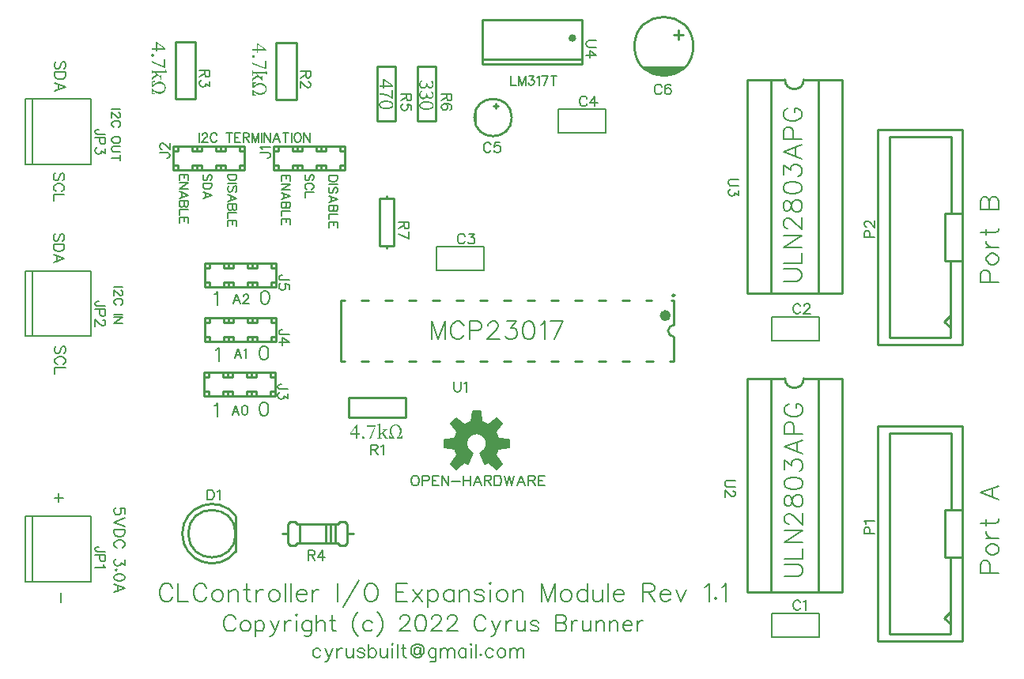
<source format=gto>
G04 Layer: TopSilkscreenLayer*
G04 EasyEDA v6.5.8, 2022-08-15 07:29:34*
G04 028e3914a6f949ed9ca799ef75e4ed4f,10*
G04 Gerber Generator version 0.2*
G04 Scale: 100 percent, Rotated: No, Reflected: No *
G04 Dimensions in millimeters *
G04 leading zeros omitted , absolute positions ,4 integer and 5 decimal *
%FSLAX45Y45*%
%MOMM*%

%ADD10C,0.1524*%
%ADD11C,0.2032*%
%ADD12C,0.1501*%
%ADD13C,0.2007*%
%ADD14C,0.2540*%
%ADD15C,0.6000*%
%ADD16C,0.2500*%
%ADD17C,0.4000*%
%ADD18C,0.0146*%

%LPD*%
G36*
X2141728Y9290304D02*
G01*
X2141728Y9279128D01*
X2154936Y9279128D01*
X2225802Y9229852D01*
X2154936Y9229852D01*
X2154936Y9279128D01*
X2141728Y9279128D01*
X2141728Y9229852D01*
X2095500Y9229852D01*
X2095500Y9212072D01*
X2141728Y9212072D01*
X2141728Y9188450D01*
X2154936Y9188450D01*
X2154936Y9212072D01*
X2246630Y9212072D01*
X2246630Y9224518D01*
X2152650Y9290304D01*
G37*
G36*
X2107438Y9166606D02*
G01*
X2101799Y9165386D01*
X2097125Y9162135D01*
X2093925Y9157411D01*
X2092706Y9151620D01*
X2093925Y9145574D01*
X2097125Y9140748D01*
X2101799Y9137548D01*
X2107438Y9136380D01*
X2113483Y9137548D01*
X2118410Y9140748D01*
X2121712Y9145574D01*
X2122932Y9151620D01*
X2121712Y9157411D01*
X2118410Y9162186D01*
X2113483Y9165386D01*
G37*
G36*
X2227072Y9106916D02*
G01*
X2227072Y9028684D01*
X2097532Y9088120D01*
X2095500Y9086088D01*
X2095500Y9069070D01*
X2233422Y9016492D01*
X2244344Y9016492D01*
X2244344Y9106916D01*
G37*
G36*
X2095500Y9000236D02*
G01*
X2095500Y8946134D01*
X2102358Y8946134D01*
X2104898Y8963660D01*
X2137156Y8963914D01*
X2152142Y8949182D01*
X2095500Y8914638D01*
X2095500Y8884412D01*
X2102358Y8884412D01*
X2104390Y8898636D01*
X2165096Y8936228D01*
X2190750Y8910828D01*
X2193544Y8890000D01*
X2200910Y8890000D01*
X2200910Y8941308D01*
X2193544Y8941308D01*
X2189988Y8923782D01*
X2148586Y8963914D01*
X2226818Y8963914D01*
X2258568Y8962898D01*
X2260092Y8965946D01*
X2250694Y9000236D01*
X2244090Y9000236D01*
X2242312Y8982202D01*
X2133092Y8982252D01*
X2104898Y8982710D01*
X2102358Y9000236D01*
G37*
G36*
X2133346Y8875268D02*
G01*
X2095500Y8873236D01*
X2095500Y8813546D01*
X2109216Y8813546D01*
X2113584Y8818575D01*
X2118360Y8823299D01*
X2123440Y8827617D01*
X2128824Y8831580D01*
X2134514Y8835136D01*
X2140508Y8838234D01*
X2146706Y8840927D01*
X2153107Y8843213D01*
X2159711Y8844991D01*
X2166467Y8846261D01*
X2173325Y8847074D01*
X2180336Y8847328D01*
X2186381Y8847124D01*
X2192223Y8846566D01*
X2197862Y8845600D01*
X2203196Y8844330D01*
X2208276Y8842654D01*
X2213051Y8840622D01*
X2217521Y8838285D01*
X2221585Y8835593D01*
X2225294Y8832545D01*
X2228545Y8829243D01*
X2231440Y8825585D01*
X2233828Y8821623D01*
X2235708Y8817356D01*
X2237079Y8812834D01*
X2237943Y8807958D01*
X2238248Y8802878D01*
X2237943Y8797798D01*
X2237079Y8792921D01*
X2235708Y8788400D01*
X2233828Y8784132D01*
X2231440Y8780170D01*
X2228545Y8776512D01*
X2225294Y8773210D01*
X2221585Y8770162D01*
X2217521Y8767470D01*
X2213051Y8765133D01*
X2208276Y8763101D01*
X2203196Y8761425D01*
X2197862Y8760155D01*
X2192223Y8759190D01*
X2186381Y8758631D01*
X2180336Y8758428D01*
X2173325Y8758682D01*
X2166467Y8759494D01*
X2159711Y8760815D01*
X2153107Y8762644D01*
X2146706Y8764879D01*
X2140508Y8767622D01*
X2134514Y8770823D01*
X2128824Y8774379D01*
X2123440Y8778341D01*
X2118360Y8782710D01*
X2113584Y8787434D01*
X2109216Y8792464D01*
X2095500Y8792464D01*
X2095500Y8732520D01*
X2133346Y8730488D01*
X2133346Y8742172D01*
X2111248Y8747252D01*
X2111248Y8778748D01*
X2115464Y8773160D01*
X2120036Y8767775D01*
X2124862Y8762695D01*
X2129993Y8757970D01*
X2135428Y8753652D01*
X2141118Y8749741D01*
X2147062Y8746286D01*
X2153259Y8743391D01*
X2159711Y8741054D01*
X2166366Y8739276D01*
X2173274Y8738209D01*
X2180336Y8737854D01*
X2186736Y8738057D01*
X2192832Y8738768D01*
X2198624Y8739835D01*
X2204161Y8741308D01*
X2209342Y8743188D01*
X2214219Y8745423D01*
X2218740Y8747963D01*
X2223008Y8750858D01*
X2226919Y8754059D01*
X2230526Y8757513D01*
X2233777Y8761222D01*
X2236724Y8765184D01*
X2239314Y8769350D01*
X2241550Y8773718D01*
X2243480Y8778240D01*
X2245055Y8782964D01*
X2246325Y8787790D01*
X2247188Y8792718D01*
X2247696Y8797747D01*
X2247900Y8802878D01*
X2247696Y8808059D01*
X2247188Y8813139D01*
X2246325Y8818168D01*
X2245055Y8823045D01*
X2243480Y8827770D01*
X2241550Y8832342D01*
X2239314Y8836710D01*
X2236724Y8840876D01*
X2233777Y8844838D01*
X2230526Y8848547D01*
X2226919Y8852001D01*
X2223008Y8855202D01*
X2218740Y8858097D01*
X2214219Y8860637D01*
X2209342Y8862872D01*
X2204161Y8864701D01*
X2198624Y8866174D01*
X2192832Y8867292D01*
X2186736Y8867952D01*
X2180336Y8868156D01*
X2173173Y8867800D01*
X2166213Y8866682D01*
X2159508Y8864955D01*
X2153056Y8862568D01*
X2146858Y8859621D01*
X2140915Y8856116D01*
X2135276Y8852154D01*
X2129891Y8847785D01*
X2124811Y8842959D01*
X2119985Y8837828D01*
X2115464Y8832443D01*
X2111248Y8826754D01*
X2111248Y8858504D01*
X2133346Y8863838D01*
G37*
G36*
X4546854Y5206492D02*
G01*
X4512564Y5197094D01*
X4512564Y5190490D01*
X4530598Y5188712D01*
X4530547Y5079492D01*
X4530090Y5051298D01*
X4512564Y5048758D01*
X4512564Y5041900D01*
X4566666Y5041900D01*
X4566666Y5048758D01*
X4549140Y5051298D01*
X4548886Y5083556D01*
X4563618Y5098542D01*
X4598162Y5041900D01*
X4628388Y5041900D01*
X4628388Y5048758D01*
X4614164Y5050790D01*
X4576572Y5111496D01*
X4601972Y5137150D01*
X4622800Y5139944D01*
X4622800Y5147310D01*
X4571492Y5147310D01*
X4571492Y5139944D01*
X4589018Y5136388D01*
X4548886Y5094986D01*
X4548886Y5173218D01*
X4549902Y5204968D01*
G37*
G36*
X4709922Y5194300D02*
G01*
X4704740Y5194096D01*
X4699660Y5193588D01*
X4694631Y5192725D01*
X4689754Y5191455D01*
X4685030Y5189880D01*
X4680458Y5187950D01*
X4676089Y5185714D01*
X4671923Y5183124D01*
X4667961Y5180177D01*
X4664252Y5176926D01*
X4660798Y5173319D01*
X4657598Y5169408D01*
X4654702Y5165140D01*
X4652162Y5160619D01*
X4649927Y5155742D01*
X4648098Y5150561D01*
X4646625Y5145024D01*
X4645507Y5139232D01*
X4644847Y5133136D01*
X4644644Y5126736D01*
X4644999Y5119573D01*
X4646117Y5112613D01*
X4647844Y5105908D01*
X4650232Y5099456D01*
X4653178Y5093258D01*
X4656683Y5087315D01*
X4660646Y5081676D01*
X4665014Y5076291D01*
X4669840Y5071211D01*
X4674971Y5066385D01*
X4680356Y5061864D01*
X4686046Y5057648D01*
X4654296Y5057648D01*
X4648962Y5079746D01*
X4637532Y5079746D01*
X4639564Y5041900D01*
X4699254Y5041900D01*
X4699254Y5055616D01*
X4694224Y5059984D01*
X4689500Y5064760D01*
X4685182Y5069840D01*
X4681220Y5075224D01*
X4677664Y5080914D01*
X4674565Y5086908D01*
X4671872Y5093106D01*
X4669586Y5099507D01*
X4667808Y5106111D01*
X4666538Y5112867D01*
X4665726Y5119725D01*
X4665472Y5126736D01*
X4665675Y5132781D01*
X4666234Y5138623D01*
X4667199Y5144262D01*
X4668469Y5149596D01*
X4670145Y5154676D01*
X4672177Y5159451D01*
X4674514Y5163921D01*
X4677206Y5167985D01*
X4680254Y5171694D01*
X4683556Y5174945D01*
X4687214Y5177840D01*
X4691176Y5180228D01*
X4695444Y5182108D01*
X4699965Y5183479D01*
X4704842Y5184343D01*
X4709922Y5184648D01*
X4715002Y5184343D01*
X4719878Y5183479D01*
X4724400Y5182108D01*
X4728667Y5180228D01*
X4732629Y5177840D01*
X4736287Y5174945D01*
X4739589Y5171694D01*
X4742637Y5167985D01*
X4745329Y5163921D01*
X4747666Y5159451D01*
X4749698Y5154676D01*
X4751374Y5149596D01*
X4752644Y5144262D01*
X4753610Y5138623D01*
X4754168Y5132781D01*
X4754372Y5126736D01*
X4754118Y5119725D01*
X4753305Y5112867D01*
X4751984Y5106111D01*
X4750155Y5099507D01*
X4747920Y5093106D01*
X4745177Y5086908D01*
X4741976Y5080914D01*
X4738420Y5075224D01*
X4734458Y5069840D01*
X4730089Y5064760D01*
X4725365Y5059984D01*
X4720336Y5055616D01*
X4720336Y5041900D01*
X4780280Y5041900D01*
X4782312Y5079746D01*
X4770628Y5079746D01*
X4765548Y5057648D01*
X4734052Y5057648D01*
X4739640Y5061864D01*
X4745024Y5066436D01*
X4750104Y5071262D01*
X4754829Y5076393D01*
X4759147Y5081828D01*
X4763058Y5087518D01*
X4766513Y5093462D01*
X4769408Y5099659D01*
X4771745Y5106111D01*
X4773523Y5112766D01*
X4774590Y5119674D01*
X4774946Y5126736D01*
X4774742Y5133136D01*
X4774031Y5139232D01*
X4772964Y5145024D01*
X4771491Y5150561D01*
X4769612Y5155742D01*
X4767376Y5160619D01*
X4764836Y5165140D01*
X4761941Y5169408D01*
X4758740Y5173319D01*
X4755286Y5176926D01*
X4751578Y5180177D01*
X4747615Y5183124D01*
X4743450Y5185714D01*
X4739081Y5187950D01*
X4734560Y5189880D01*
X4729835Y5191455D01*
X4725009Y5192725D01*
X4720082Y5193588D01*
X4715052Y5194096D01*
G37*
G36*
X4288282Y5193030D02*
G01*
X4224096Y5101336D01*
X4233672Y5101336D01*
X4282948Y5172202D01*
X4282948Y5101336D01*
X4224096Y5101336D01*
X4222496Y5099050D01*
X4222496Y5088128D01*
X4282948Y5088128D01*
X4282948Y5041900D01*
X4300728Y5041900D01*
X4300728Y5088128D01*
X4324350Y5088128D01*
X4324350Y5101336D01*
X4300728Y5101336D01*
X4300728Y5193030D01*
G37*
G36*
X4405884Y5190744D02*
G01*
X4405884Y5173472D01*
X4484116Y5173472D01*
X4424680Y5043932D01*
X4426712Y5041900D01*
X4443730Y5041900D01*
X4496308Y5179822D01*
X4496308Y5190744D01*
G37*
G36*
X4361180Y5069332D02*
G01*
X4355388Y5068112D01*
X4350613Y5064810D01*
X4347413Y5059883D01*
X4346194Y5053838D01*
X4347413Y5048199D01*
X4350613Y5043525D01*
X4355388Y5040325D01*
X4361180Y5039106D01*
X4367225Y5040325D01*
X4372051Y5043525D01*
X4375251Y5048199D01*
X4376420Y5053838D01*
X4375251Y5059883D01*
X4372051Y5064810D01*
X4367225Y5068112D01*
G37*
G36*
X3221228Y9277604D02*
G01*
X3221228Y9266428D01*
X3234436Y9266428D01*
X3305301Y9217152D01*
X3234436Y9217152D01*
X3234436Y9266428D01*
X3221228Y9266428D01*
X3221228Y9217152D01*
X3175000Y9217152D01*
X3175000Y9199372D01*
X3221228Y9199372D01*
X3221228Y9175750D01*
X3234436Y9175750D01*
X3234436Y9199372D01*
X3326129Y9199372D01*
X3326129Y9211818D01*
X3232150Y9277604D01*
G37*
G36*
X3186938Y9153906D02*
G01*
X3181299Y9152686D01*
X3176625Y9149435D01*
X3173425Y9144711D01*
X3172206Y9138920D01*
X3173425Y9132874D01*
X3176625Y9128048D01*
X3181299Y9124848D01*
X3186938Y9123680D01*
X3192983Y9124848D01*
X3197910Y9128048D01*
X3201212Y9132874D01*
X3202432Y9138920D01*
X3201212Y9144711D01*
X3197910Y9149486D01*
X3192983Y9152686D01*
G37*
G36*
X3306572Y9094216D02*
G01*
X3306572Y9015984D01*
X3177032Y9075420D01*
X3175000Y9073388D01*
X3175000Y9056370D01*
X3312922Y9003792D01*
X3323844Y9003792D01*
X3323844Y9094216D01*
G37*
G36*
X3175000Y8987536D02*
G01*
X3175000Y8933434D01*
X3181858Y8933434D01*
X3184398Y8950960D01*
X3216656Y8951214D01*
X3231642Y8936482D01*
X3175000Y8901938D01*
X3175000Y8871712D01*
X3181858Y8871712D01*
X3183890Y8885936D01*
X3244596Y8923528D01*
X3270250Y8898128D01*
X3273044Y8877300D01*
X3280410Y8877300D01*
X3280410Y8928608D01*
X3273044Y8928608D01*
X3269488Y8911082D01*
X3228086Y8951214D01*
X3306318Y8951214D01*
X3338068Y8950198D01*
X3339592Y8953246D01*
X3330194Y8987536D01*
X3323590Y8987536D01*
X3321812Y8969502D01*
X3212592Y8969552D01*
X3184398Y8970010D01*
X3181858Y8987536D01*
G37*
G36*
X3212846Y8862568D02*
G01*
X3175000Y8860536D01*
X3175000Y8800846D01*
X3188716Y8800846D01*
X3193084Y8805875D01*
X3197860Y8810599D01*
X3202940Y8814917D01*
X3208324Y8818880D01*
X3214014Y8822436D01*
X3220008Y8825534D01*
X3226206Y8828227D01*
X3232607Y8830513D01*
X3239211Y8832291D01*
X3245967Y8833561D01*
X3252825Y8834374D01*
X3259836Y8834628D01*
X3265881Y8834424D01*
X3271723Y8833866D01*
X3277362Y8832900D01*
X3282696Y8831630D01*
X3287776Y8829954D01*
X3292551Y8827922D01*
X3297021Y8825585D01*
X3301085Y8822893D01*
X3304794Y8819845D01*
X3308045Y8816543D01*
X3310940Y8812885D01*
X3313328Y8808923D01*
X3315208Y8804656D01*
X3316579Y8800134D01*
X3317443Y8795258D01*
X3317748Y8790178D01*
X3317443Y8785098D01*
X3316579Y8780221D01*
X3315208Y8775700D01*
X3313328Y8771432D01*
X3310940Y8767470D01*
X3308045Y8763812D01*
X3304794Y8760510D01*
X3301085Y8757462D01*
X3297021Y8754770D01*
X3292551Y8752433D01*
X3287776Y8750401D01*
X3282696Y8748725D01*
X3277362Y8747455D01*
X3271723Y8746490D01*
X3265881Y8745931D01*
X3259836Y8745728D01*
X3252825Y8745982D01*
X3245967Y8746794D01*
X3239211Y8748115D01*
X3232607Y8749944D01*
X3226206Y8752179D01*
X3220008Y8754922D01*
X3214014Y8758123D01*
X3208324Y8761679D01*
X3202940Y8765641D01*
X3197860Y8770010D01*
X3193084Y8774734D01*
X3188716Y8779764D01*
X3175000Y8779764D01*
X3175000Y8719820D01*
X3212846Y8717788D01*
X3212846Y8729472D01*
X3190748Y8734552D01*
X3190748Y8766048D01*
X3194964Y8760460D01*
X3199536Y8755075D01*
X3204362Y8749995D01*
X3209493Y8745270D01*
X3214928Y8740952D01*
X3220618Y8737041D01*
X3226562Y8733586D01*
X3232759Y8730691D01*
X3239211Y8728354D01*
X3245866Y8726576D01*
X3252774Y8725509D01*
X3259836Y8725154D01*
X3266236Y8725357D01*
X3272332Y8726068D01*
X3278124Y8727135D01*
X3283661Y8728608D01*
X3288842Y8730488D01*
X3293719Y8732723D01*
X3298240Y8735263D01*
X3302508Y8738158D01*
X3306419Y8741359D01*
X3310026Y8744813D01*
X3313277Y8748522D01*
X3316224Y8752484D01*
X3318814Y8756650D01*
X3321050Y8761018D01*
X3322980Y8765540D01*
X3324555Y8770264D01*
X3325825Y8775090D01*
X3326688Y8780018D01*
X3327196Y8785047D01*
X3327400Y8790178D01*
X3327196Y8795359D01*
X3326688Y8800439D01*
X3325825Y8805468D01*
X3324555Y8810345D01*
X3322980Y8815070D01*
X3321050Y8819642D01*
X3318814Y8824010D01*
X3316224Y8828176D01*
X3313277Y8832138D01*
X3310026Y8835847D01*
X3306419Y8839301D01*
X3302508Y8842502D01*
X3298240Y8845397D01*
X3293719Y8847937D01*
X3288842Y8850172D01*
X3283661Y8852001D01*
X3278124Y8853474D01*
X3272332Y8854592D01*
X3266236Y8855252D01*
X3259836Y8855456D01*
X3252673Y8855100D01*
X3245713Y8853982D01*
X3239008Y8852255D01*
X3232556Y8849868D01*
X3226358Y8846921D01*
X3220415Y8843416D01*
X3214776Y8839454D01*
X3209391Y8835085D01*
X3204311Y8830259D01*
X3199485Y8825128D01*
X3194964Y8819743D01*
X3190748Y8814054D01*
X3190748Y8845804D01*
X3212846Y8851138D01*
G37*
G36*
X4575302Y8894318D02*
G01*
X4575302Y8876538D01*
X4588510Y8876538D01*
X4641850Y8840470D01*
X4652670Y8834424D01*
X4663440Y8828786D01*
X4663440Y8827770D01*
X4650130Y8828582D01*
X4637024Y8829040D01*
X4588510Y8829040D01*
X4588510Y8876538D01*
X4575302Y8876538D01*
X4575302Y8829040D01*
X4533900Y8829040D01*
X4533900Y8813292D01*
X4575302Y8813292D01*
X4575302Y8792972D01*
X4588510Y8792972D01*
X4588510Y8813292D01*
X4682744Y8813292D01*
X4682744Y8831072D01*
X4586224Y8894318D01*
G37*
G36*
X4668520Y8776462D02*
G01*
X4668520Y8703564D01*
X4658410Y8710472D01*
X4648403Y8716670D01*
X4638395Y8722156D01*
X4628337Y8726982D01*
X4618024Y8731199D01*
X4607509Y8734755D01*
X4596587Y8737803D01*
X4585258Y8740343D01*
X4573422Y8742375D01*
X4560976Y8744000D01*
X4547819Y8745169D01*
X4533900Y8745982D01*
X4533900Y8728710D01*
X4547971Y8727998D01*
X4561230Y8726982D01*
X4573778Y8725662D01*
X4585716Y8723934D01*
X4597146Y8721648D01*
X4608220Y8718804D01*
X4618990Y8715298D01*
X4629556Y8710980D01*
X4640122Y8705850D01*
X4650740Y8699804D01*
X4661509Y8692692D01*
X4672584Y8684514D01*
X4682744Y8684514D01*
X4682744Y8776462D01*
G37*
G36*
X4608830Y8664702D02*
G01*
X4599381Y8664498D01*
X4590542Y8663889D01*
X4582363Y8662924D01*
X4574743Y8661501D01*
X4567783Y8659774D01*
X4561433Y8657691D01*
X4555693Y8655202D01*
X4550562Y8652408D01*
X4546041Y8649309D01*
X4542129Y8645855D01*
X4538827Y8642096D01*
X4536135Y8638032D01*
X4534052Y8633663D01*
X4532528Y8629040D01*
X4531664Y8624163D01*
X4531360Y8618982D01*
X4544568Y8618982D01*
X4544974Y8623300D01*
X4546244Y8627364D01*
X4548378Y8631123D01*
X4551426Y8634577D01*
X4555337Y8637727D01*
X4560112Y8640521D01*
X4565853Y8642908D01*
X4572508Y8644940D01*
X4580128Y8646566D01*
X4588713Y8647734D01*
X4598263Y8648446D01*
X4608830Y8648700D01*
X4619193Y8648446D01*
X4628591Y8647734D01*
X4636973Y8646566D01*
X4644440Y8644940D01*
X4650994Y8642908D01*
X4656632Y8640521D01*
X4661306Y8637727D01*
X4665167Y8634577D01*
X4668062Y8631123D01*
X4670196Y8627364D01*
X4671415Y8623300D01*
X4671822Y8618982D01*
X4671415Y8614765D01*
X4670196Y8610803D01*
X4668062Y8607145D01*
X4665167Y8603742D01*
X4661306Y8600643D01*
X4656632Y8597900D01*
X4650994Y8595512D01*
X4644440Y8593531D01*
X4636973Y8591905D01*
X4628591Y8590737D01*
X4619193Y8590026D01*
X4608830Y8589772D01*
X4598263Y8590026D01*
X4588713Y8590737D01*
X4580128Y8591905D01*
X4572508Y8593531D01*
X4565853Y8595512D01*
X4560112Y8597900D01*
X4555337Y8600643D01*
X4551426Y8603742D01*
X4548378Y8607145D01*
X4546244Y8610803D01*
X4544974Y8614765D01*
X4544568Y8618982D01*
X4531360Y8618982D01*
X4531664Y8613902D01*
X4532528Y8609076D01*
X4534052Y8604554D01*
X4536135Y8600236D01*
X4538827Y8596223D01*
X4542129Y8592515D01*
X4546041Y8589111D01*
X4550562Y8586012D01*
X4555693Y8583218D01*
X4561433Y8580780D01*
X4567783Y8578697D01*
X4574743Y8576919D01*
X4582363Y8575548D01*
X4590542Y8574582D01*
X4599381Y8573973D01*
X4608830Y8573770D01*
X4618177Y8573973D01*
X4626914Y8574582D01*
X4635042Y8575548D01*
X4642510Y8576919D01*
X4649419Y8578697D01*
X4655667Y8580780D01*
X4661357Y8583218D01*
X4666386Y8586012D01*
X4670856Y8589111D01*
X4674666Y8592515D01*
X4677918Y8596223D01*
X4680610Y8600236D01*
X4682642Y8604554D01*
X4684115Y8609076D01*
X4684979Y8613902D01*
X4685284Y8618982D01*
X4684979Y8624163D01*
X4684115Y8629040D01*
X4682642Y8633663D01*
X4680610Y8638032D01*
X4677918Y8642096D01*
X4674666Y8645855D01*
X4670856Y8649309D01*
X4666386Y8652408D01*
X4661357Y8655202D01*
X4655667Y8657691D01*
X4649419Y8659774D01*
X4642510Y8661501D01*
X4635042Y8662924D01*
X4626914Y8663889D01*
X4618177Y8664498D01*
G37*
G36*
X4983480Y8885072D02*
G01*
X4979619Y8881211D01*
X4975910Y8876893D01*
X4972456Y8872067D01*
X4969408Y8866581D01*
X4966868Y8860485D01*
X4964887Y8853728D01*
X4963617Y8846159D01*
X4963160Y8837828D01*
X4963464Y8831478D01*
X4964430Y8825382D01*
X4966055Y8819591D01*
X4968240Y8814206D01*
X4970983Y8809228D01*
X4974336Y8804757D01*
X4978247Y8800795D01*
X4982667Y8797442D01*
X4987594Y8794750D01*
X4993030Y8792768D01*
X4998923Y8791498D01*
X5005324Y8791092D01*
X5012690Y8791752D01*
X5019395Y8793581D01*
X5025339Y8796528D01*
X5030571Y8800388D01*
X5034991Y8805113D01*
X5038648Y8810498D01*
X5041442Y8816441D01*
X5043424Y8822842D01*
X5044186Y8822842D01*
X5046573Y8817152D01*
X5049570Y8812022D01*
X5053177Y8807500D01*
X5057343Y8803589D01*
X5062169Y8800439D01*
X5067604Y8798102D01*
X5073599Y8796680D01*
X5080254Y8796172D01*
X5085892Y8796528D01*
X5091074Y8797645D01*
X5095849Y8799372D01*
X5100167Y8801760D01*
X5104028Y8804706D01*
X5107432Y8808212D01*
X5110327Y8812276D01*
X5112715Y8816746D01*
X5114594Y8821674D01*
X5115966Y8826957D01*
X5116830Y8832646D01*
X5117084Y8838590D01*
X5116728Y8844788D01*
X5115763Y8850630D01*
X5114137Y8856116D01*
X5112054Y8861348D01*
X5109464Y8866225D01*
X5106466Y8870899D01*
X5103164Y8875268D01*
X5099558Y8879484D01*
X5088890Y8870340D01*
X5094681Y8863736D01*
X5099304Y8856268D01*
X5102402Y8847988D01*
X5103622Y8839098D01*
X5103114Y8833408D01*
X5101742Y8828278D01*
X5099608Y8823858D01*
X5096713Y8820150D01*
X5093208Y8817152D01*
X5088991Y8814968D01*
X5084267Y8813647D01*
X5078984Y8813190D01*
X5074920Y8813393D01*
X5071059Y8814104D01*
X5067401Y8815324D01*
X5063998Y8817102D01*
X5060899Y8819438D01*
X5058054Y8822436D01*
X5055565Y8826042D01*
X5053482Y8830360D01*
X5051806Y8835390D01*
X5050536Y8841130D01*
X5049774Y8847734D01*
X5049520Y8855100D01*
X5036566Y8855100D01*
X5036312Y8846921D01*
X5035550Y8839606D01*
X5034330Y8833154D01*
X5032654Y8827516D01*
X5030571Y8822639D01*
X5028031Y8818524D01*
X5025186Y8815120D01*
X5021935Y8812428D01*
X5018328Y8810396D01*
X5014468Y8808974D01*
X5010302Y8808110D01*
X5005832Y8807856D01*
X4999482Y8808466D01*
X4993792Y8810142D01*
X4988864Y8812885D01*
X4984699Y8816594D01*
X4981346Y8821115D01*
X4978908Y8826398D01*
X4977384Y8832342D01*
X4976876Y8838844D01*
X4977231Y8845194D01*
X4978349Y8850985D01*
X4979974Y8856268D01*
X4982159Y8861094D01*
X4984800Y8865412D01*
X4987696Y8869426D01*
X4990846Y8873083D01*
X4994148Y8876436D01*
G37*
G36*
X4983480Y8773566D02*
G01*
X4979619Y8769705D01*
X4975910Y8765387D01*
X4972456Y8760460D01*
X4969408Y8754973D01*
X4966868Y8748877D01*
X4964887Y8742121D01*
X4963617Y8734602D01*
X4963160Y8726322D01*
X4963464Y8719972D01*
X4964430Y8713876D01*
X4966055Y8708085D01*
X4968240Y8702700D01*
X4970983Y8697722D01*
X4974336Y8693251D01*
X4978247Y8689289D01*
X4982667Y8685936D01*
X4987594Y8683244D01*
X4993030Y8681262D01*
X4998923Y8679992D01*
X5005324Y8679586D01*
X5012690Y8680246D01*
X5019395Y8682075D01*
X5025339Y8685022D01*
X5030571Y8688882D01*
X5034991Y8693607D01*
X5038648Y8698992D01*
X5041442Y8704935D01*
X5043424Y8711336D01*
X5044186Y8711336D01*
X5046573Y8705646D01*
X5049570Y8700516D01*
X5053177Y8695994D01*
X5057343Y8692083D01*
X5062169Y8688933D01*
X5067604Y8686596D01*
X5073599Y8685174D01*
X5080254Y8684666D01*
X5085892Y8685022D01*
X5091074Y8686139D01*
X5095849Y8687866D01*
X5100167Y8690254D01*
X5104028Y8693200D01*
X5107432Y8696756D01*
X5110327Y8700770D01*
X5112715Y8705240D01*
X5114594Y8710168D01*
X5115966Y8715451D01*
X5116830Y8721140D01*
X5117084Y8727084D01*
X5116728Y8733282D01*
X5115763Y8739124D01*
X5114137Y8744610D01*
X5112054Y8749842D01*
X5109464Y8754719D01*
X5106466Y8759393D01*
X5103164Y8763762D01*
X5099558Y8767978D01*
X5088890Y8758834D01*
X5094681Y8752128D01*
X5099304Y8744661D01*
X5102402Y8736431D01*
X5103622Y8727592D01*
X5103114Y8721902D01*
X5101742Y8716772D01*
X5099608Y8712352D01*
X5096713Y8708644D01*
X5093208Y8705646D01*
X5088991Y8703462D01*
X5084267Y8702141D01*
X5078984Y8701684D01*
X5074920Y8701887D01*
X5071059Y8702598D01*
X5067401Y8703818D01*
X5063998Y8705596D01*
X5060899Y8707932D01*
X5058054Y8710879D01*
X5055565Y8714486D01*
X5053482Y8718753D01*
X5051806Y8723782D01*
X5050536Y8729472D01*
X5049774Y8736025D01*
X5049520Y8743340D01*
X5036566Y8743340D01*
X5036312Y8735161D01*
X5035550Y8727846D01*
X5034330Y8721445D01*
X5032654Y8715806D01*
X5030571Y8710980D01*
X5028031Y8706916D01*
X5025186Y8703513D01*
X5021935Y8700871D01*
X5018328Y8698839D01*
X5014468Y8697417D01*
X5010302Y8696604D01*
X5005832Y8696350D01*
X4999482Y8696960D01*
X4993792Y8698636D01*
X4988864Y8701379D01*
X4984699Y8705088D01*
X4981346Y8709609D01*
X4978908Y8714892D01*
X4977384Y8720836D01*
X4976876Y8727338D01*
X4977231Y8733688D01*
X4978349Y8739479D01*
X4979974Y8744762D01*
X4982159Y8749538D01*
X4984800Y8753906D01*
X4987696Y8757920D01*
X4990846Y8761577D01*
X4994148Y8764930D01*
G37*
G36*
X5040630Y8657996D02*
G01*
X5031181Y8657793D01*
X5022342Y8657183D01*
X5014163Y8656167D01*
X5006543Y8654796D01*
X4999583Y8653018D01*
X4993233Y8650884D01*
X4987493Y8648446D01*
X4982362Y8645601D01*
X4977841Y8642451D01*
X4973929Y8638997D01*
X4970627Y8635238D01*
X4967935Y8631224D01*
X4965852Y8626856D01*
X4964328Y8622284D01*
X4963464Y8617407D01*
X4963160Y8612276D01*
X4976368Y8612276D01*
X4976774Y8616543D01*
X4978044Y8620556D01*
X4980178Y8624265D01*
X4983226Y8627719D01*
X4987137Y8630818D01*
X4991912Y8633561D01*
X4997653Y8636000D01*
X5004308Y8637981D01*
X5011928Y8639606D01*
X5020513Y8640775D01*
X5030063Y8641486D01*
X5040630Y8641740D01*
X5050993Y8641486D01*
X5060391Y8640775D01*
X5068773Y8639606D01*
X5076240Y8637981D01*
X5082794Y8636000D01*
X5088432Y8633561D01*
X5093106Y8630818D01*
X5096967Y8627719D01*
X5099862Y8624265D01*
X5101996Y8620556D01*
X5103215Y8616543D01*
X5103622Y8612276D01*
X5103215Y8608009D01*
X5101996Y8603996D01*
X5099862Y8600287D01*
X5096967Y8596833D01*
X5093106Y8593734D01*
X5088432Y8590991D01*
X5082794Y8588552D01*
X5076240Y8586571D01*
X5068773Y8584946D01*
X5060391Y8583777D01*
X5050993Y8583066D01*
X5040630Y8582812D01*
X5030063Y8583066D01*
X5020513Y8583777D01*
X5011928Y8584946D01*
X5004308Y8586571D01*
X4997653Y8588552D01*
X4991912Y8590991D01*
X4987137Y8593734D01*
X4983226Y8596833D01*
X4980178Y8600287D01*
X4978044Y8603996D01*
X4976774Y8608009D01*
X4976368Y8612276D01*
X4963160Y8612276D01*
X4963464Y8607145D01*
X4964328Y8602319D01*
X4965852Y8597696D01*
X4967935Y8593378D01*
X4970627Y8589365D01*
X4973929Y8585606D01*
X4977841Y8582202D01*
X4982362Y8579053D01*
X4987493Y8576259D01*
X4993233Y8573820D01*
X4999583Y8571738D01*
X5006543Y8569960D01*
X5014163Y8568588D01*
X5022342Y8567623D01*
X5031181Y8567013D01*
X5040630Y8566810D01*
X5049977Y8567013D01*
X5058714Y8567623D01*
X5066842Y8568588D01*
X5074310Y8569960D01*
X5081219Y8571738D01*
X5087467Y8573820D01*
X5093157Y8576259D01*
X5098186Y8579053D01*
X5102656Y8582202D01*
X5106466Y8585606D01*
X5109718Y8589365D01*
X5112410Y8593378D01*
X5114442Y8597696D01*
X5115915Y8602319D01*
X5116779Y8607145D01*
X5117084Y8612276D01*
X5116779Y8617407D01*
X5115915Y8622284D01*
X5114442Y8626856D01*
X5112410Y8631224D01*
X5109718Y8635238D01*
X5106466Y8638997D01*
X5102656Y8642451D01*
X5098186Y8645601D01*
X5093157Y8648446D01*
X5087467Y8650884D01*
X5081219Y8653018D01*
X5074310Y8654796D01*
X5066842Y8656167D01*
X5058714Y8657183D01*
X5049977Y8657793D01*
G37*
D10*
X4908041Y4649215D02*
G01*
X4897627Y4644136D01*
X4887213Y4633721D01*
X4881879Y4623307D01*
X4876800Y4607560D01*
X4876800Y4581652D01*
X4881879Y4566157D01*
X4887213Y4555744D01*
X4897627Y4545329D01*
X4908041Y4540250D01*
X4928870Y4540250D01*
X4939029Y4545329D01*
X4949443Y4555744D01*
X4954777Y4566157D01*
X4959858Y4581652D01*
X4959858Y4607560D01*
X4954777Y4623307D01*
X4949443Y4633721D01*
X4939029Y4644136D01*
X4928870Y4649215D01*
X4908041Y4649215D01*
X4994147Y4649215D02*
G01*
X4994147Y4540250D01*
X4994147Y4649215D02*
G01*
X5040884Y4649215D01*
X5056631Y4644136D01*
X5061711Y4638802D01*
X5067045Y4628387D01*
X5067045Y4612894D01*
X5061711Y4602479D01*
X5056631Y4597400D01*
X5040884Y4592065D01*
X4994147Y4592065D01*
X5101336Y4649215D02*
G01*
X5101336Y4540250D01*
X5101336Y4649215D02*
G01*
X5168900Y4649215D01*
X5101336Y4597400D02*
G01*
X5142738Y4597400D01*
X5101336Y4540250D02*
G01*
X5168900Y4540250D01*
X5203190Y4649215D02*
G01*
X5203190Y4540250D01*
X5203190Y4649215D02*
G01*
X5275834Y4540250D01*
X5275834Y4649215D02*
G01*
X5275834Y4540250D01*
X5310124Y4586986D02*
G01*
X5403595Y4586986D01*
X5437886Y4649215D02*
G01*
X5437886Y4540250D01*
X5510529Y4649215D02*
G01*
X5510529Y4540250D01*
X5437886Y4597400D02*
G01*
X5510529Y4597400D01*
X5586475Y4649215D02*
G01*
X5544820Y4540250D01*
X5586475Y4649215D02*
G01*
X5628131Y4540250D01*
X5560568Y4576571D02*
G01*
X5612384Y4576571D01*
X5662422Y4649215D02*
G01*
X5662422Y4540250D01*
X5662422Y4649215D02*
G01*
X5709158Y4649215D01*
X5724652Y4644136D01*
X5729986Y4638802D01*
X5735065Y4628387D01*
X5735065Y4617973D01*
X5729986Y4607560D01*
X5724652Y4602479D01*
X5709158Y4597400D01*
X5662422Y4597400D01*
X5698743Y4597400D02*
G01*
X5735065Y4540250D01*
X5769356Y4649215D02*
G01*
X5769356Y4540250D01*
X5769356Y4649215D02*
G01*
X5805677Y4649215D01*
X5821425Y4644136D01*
X5831840Y4633721D01*
X5836920Y4623307D01*
X5842000Y4607560D01*
X5842000Y4581652D01*
X5836920Y4566157D01*
X5831840Y4555744D01*
X5821425Y4545329D01*
X5805677Y4540250D01*
X5769356Y4540250D01*
X5876290Y4649215D02*
G01*
X5902452Y4540250D01*
X5928359Y4649215D02*
G01*
X5902452Y4540250D01*
X5928359Y4649215D02*
G01*
X5954268Y4540250D01*
X5980429Y4649215D02*
G01*
X5954268Y4540250D01*
X6056122Y4649215D02*
G01*
X6014720Y4540250D01*
X6056122Y4649215D02*
G01*
X6097777Y4540250D01*
X6030213Y4576571D02*
G01*
X6082029Y4576571D01*
X6132068Y4649215D02*
G01*
X6132068Y4540250D01*
X6132068Y4649215D02*
G01*
X6178804Y4649215D01*
X6194297Y4644136D01*
X6199631Y4638802D01*
X6204711Y4628387D01*
X6204711Y4617973D01*
X6199631Y4607560D01*
X6194297Y4602479D01*
X6178804Y4597400D01*
X6132068Y4597400D01*
X6168390Y4597400D02*
G01*
X6204711Y4540250D01*
X6239002Y4649215D02*
G01*
X6239002Y4540250D01*
X6239002Y4649215D02*
G01*
X6306565Y4649215D01*
X6239002Y4597400D02*
G01*
X6280658Y4597400D01*
X6239002Y4540250D02*
G01*
X6306565Y4540250D01*
D11*
X8862822Y6731000D02*
G01*
X9001252Y6731000D01*
X9028938Y6740144D01*
X9047479Y6758686D01*
X9056624Y6786371D01*
X9056624Y6804913D01*
X9047479Y6832600D01*
X9028938Y6851142D01*
X9001252Y6860286D01*
X8862822Y6860286D01*
X8862822Y6921245D02*
G01*
X9056624Y6921245D01*
X9056624Y6921245D02*
G01*
X9056624Y7031989D01*
X8862822Y7092950D02*
G01*
X9056624Y7092950D01*
X8862822Y7092950D02*
G01*
X9056624Y7222489D01*
X8862822Y7222489D02*
G01*
X9056624Y7222489D01*
X8909050Y7292594D02*
G01*
X8899652Y7292594D01*
X8881109Y7301737D01*
X8871965Y7311136D01*
X8862822Y7329423D01*
X8862822Y7366508D01*
X8871965Y7385050D01*
X8881109Y7394194D01*
X8899652Y7403337D01*
X8918193Y7403337D01*
X8936736Y7394194D01*
X8964422Y7375652D01*
X9056624Y7283450D01*
X9056624Y7412736D01*
X8862822Y7519670D02*
G01*
X8871965Y7491984D01*
X8890508Y7482839D01*
X8909050Y7482839D01*
X8927338Y7491984D01*
X8936736Y7510526D01*
X8945879Y7547610D01*
X8955024Y7575295D01*
X8973565Y7593584D01*
X8992108Y7602981D01*
X9019793Y7602981D01*
X9038336Y7593584D01*
X9047479Y7584439D01*
X9056624Y7556754D01*
X9056624Y7519670D01*
X9047479Y7491984D01*
X9038336Y7482839D01*
X9019793Y7473695D01*
X8992108Y7473695D01*
X8973565Y7482839D01*
X8955024Y7501381D01*
X8945879Y7529068D01*
X8936736Y7565897D01*
X8927338Y7584439D01*
X8909050Y7593584D01*
X8890508Y7593584D01*
X8871965Y7584439D01*
X8862822Y7556754D01*
X8862822Y7519670D01*
X8862822Y7719313D02*
G01*
X8871965Y7691628D01*
X8899652Y7673086D01*
X8945879Y7663942D01*
X8973565Y7663942D01*
X9019793Y7673086D01*
X9047479Y7691628D01*
X9056624Y7719313D01*
X9056624Y7737855D01*
X9047479Y7765542D01*
X9019793Y7783829D01*
X8973565Y7793228D01*
X8945879Y7793228D01*
X8899652Y7783829D01*
X8871965Y7765542D01*
X8862822Y7737855D01*
X8862822Y7719313D01*
X8862822Y7872729D02*
G01*
X8862822Y7974329D01*
X8936736Y7918704D01*
X8936736Y7946389D01*
X8945879Y7964931D01*
X8955024Y7974329D01*
X8982709Y7983473D01*
X9001252Y7983473D01*
X9028938Y7974329D01*
X9047479Y7955787D01*
X9056624Y7928102D01*
X9056624Y7900415D01*
X9047479Y7872729D01*
X9038336Y7863331D01*
X9019793Y7854187D01*
X8862822Y8118347D02*
G01*
X9056624Y8044434D01*
X8862822Y8118347D02*
G01*
X9056624Y8192262D01*
X8992108Y8072120D02*
G01*
X8992108Y8164576D01*
X8862822Y8253221D02*
G01*
X9056624Y8253221D01*
X8862822Y8253221D02*
G01*
X8862822Y8336279D01*
X8871965Y8363965D01*
X8881109Y8373110D01*
X8899652Y8382508D01*
X8927338Y8382508D01*
X8945879Y8373110D01*
X8955024Y8363965D01*
X8964422Y8336279D01*
X8964422Y8253221D01*
X8909050Y8581897D02*
G01*
X8890508Y8572754D01*
X8871965Y8554212D01*
X8862822Y8535670D01*
X8862822Y8498839D01*
X8871965Y8480297D01*
X8890508Y8462010D01*
X8909050Y8452612D01*
X8936736Y8443468D01*
X8982709Y8443468D01*
X9010650Y8452612D01*
X9028938Y8462010D01*
X9047479Y8480297D01*
X9056624Y8498839D01*
X9056624Y8535670D01*
X9047479Y8554212D01*
X9028938Y8572754D01*
X9010650Y8581897D01*
X8982709Y8581897D01*
X8982709Y8535670D02*
G01*
X8982709Y8581897D01*
X8875522Y3568700D02*
G01*
X9013952Y3568700D01*
X9041638Y3577844D01*
X9060179Y3596386D01*
X9069324Y3624071D01*
X9069324Y3642613D01*
X9060179Y3670300D01*
X9041638Y3688842D01*
X9013952Y3697986D01*
X8875522Y3697986D01*
X8875522Y3758945D02*
G01*
X9069324Y3758945D01*
X9069324Y3758945D02*
G01*
X9069324Y3869689D01*
X8875522Y3930650D02*
G01*
X9069324Y3930650D01*
X8875522Y3930650D02*
G01*
X9069324Y4060189D01*
X8875522Y4060189D02*
G01*
X9069324Y4060189D01*
X8921750Y4130294D02*
G01*
X8912352Y4130294D01*
X8893809Y4139437D01*
X8884665Y4148836D01*
X8875522Y4167123D01*
X8875522Y4204207D01*
X8884665Y4222750D01*
X8893809Y4231894D01*
X8912352Y4241037D01*
X8930893Y4241037D01*
X8949436Y4231894D01*
X8977122Y4213352D01*
X9069324Y4121150D01*
X9069324Y4250436D01*
X8875522Y4357370D02*
G01*
X8884665Y4329684D01*
X8903208Y4320539D01*
X8921750Y4320539D01*
X8940038Y4329684D01*
X8949436Y4348226D01*
X8958579Y4385310D01*
X8967724Y4412995D01*
X8986265Y4431284D01*
X9004808Y4440681D01*
X9032493Y4440681D01*
X9051036Y4431284D01*
X9060179Y4422139D01*
X9069324Y4394454D01*
X9069324Y4357370D01*
X9060179Y4329684D01*
X9051036Y4320539D01*
X9032493Y4311395D01*
X9004808Y4311395D01*
X8986265Y4320539D01*
X8967724Y4339081D01*
X8958579Y4366768D01*
X8949436Y4403597D01*
X8940038Y4422139D01*
X8921750Y4431284D01*
X8903208Y4431284D01*
X8884665Y4422139D01*
X8875522Y4394454D01*
X8875522Y4357370D01*
X8875522Y4557013D02*
G01*
X8884665Y4529328D01*
X8912352Y4510786D01*
X8958579Y4501642D01*
X8986265Y4501642D01*
X9032493Y4510786D01*
X9060179Y4529328D01*
X9069324Y4557013D01*
X9069324Y4575555D01*
X9060179Y4603242D01*
X9032493Y4621529D01*
X8986265Y4630928D01*
X8958579Y4630928D01*
X8912352Y4621529D01*
X8884665Y4603242D01*
X8875522Y4575555D01*
X8875522Y4557013D01*
X8875522Y4710429D02*
G01*
X8875522Y4812029D01*
X8949436Y4756404D01*
X8949436Y4784089D01*
X8958579Y4802631D01*
X8967724Y4812029D01*
X8995409Y4821173D01*
X9013952Y4821173D01*
X9041638Y4812029D01*
X9060179Y4793487D01*
X9069324Y4765802D01*
X9069324Y4738115D01*
X9060179Y4710429D01*
X9051036Y4701031D01*
X9032493Y4691887D01*
X8875522Y4956047D02*
G01*
X9069324Y4882134D01*
X8875522Y4956047D02*
G01*
X9069324Y5029962D01*
X9004808Y4909820D02*
G01*
X9004808Y5002276D01*
X8875522Y5090921D02*
G01*
X9069324Y5090921D01*
X8875522Y5090921D02*
G01*
X8875522Y5173979D01*
X8884665Y5201665D01*
X8893809Y5210810D01*
X8912352Y5220207D01*
X8940038Y5220207D01*
X8958579Y5210810D01*
X8967724Y5201665D01*
X8977122Y5173979D01*
X8977122Y5090921D01*
X8921750Y5419597D02*
G01*
X8903208Y5410454D01*
X8884665Y5391912D01*
X8875522Y5373370D01*
X8875522Y5336539D01*
X8884665Y5317997D01*
X8903208Y5299710D01*
X8921750Y5290312D01*
X8949436Y5281168D01*
X8995409Y5281168D01*
X9023350Y5290312D01*
X9041638Y5299710D01*
X9060179Y5317997D01*
X9069324Y5336539D01*
X9069324Y5373370D01*
X9060179Y5391912D01*
X9041638Y5410454D01*
X9023350Y5419597D01*
X8995409Y5419597D01*
X8995409Y5373370D02*
G01*
X8995409Y5419597D01*
X5092700Y6300978D02*
G01*
X5092700Y6107176D01*
X5092700Y6300978D02*
G01*
X5166613Y6107176D01*
X5240527Y6300978D02*
G01*
X5166613Y6107176D01*
X5240527Y6300978D02*
G01*
X5240527Y6107176D01*
X5439918Y6254750D02*
G01*
X5430774Y6273292D01*
X5412231Y6291834D01*
X5393690Y6300978D01*
X5356859Y6300978D01*
X5338318Y6291834D01*
X5320029Y6273292D01*
X5310631Y6254750D01*
X5301488Y6227063D01*
X5301488Y6181089D01*
X5310631Y6153150D01*
X5320029Y6134862D01*
X5338318Y6116320D01*
X5356859Y6107176D01*
X5393690Y6107176D01*
X5412231Y6116320D01*
X5430774Y6134862D01*
X5439918Y6153150D01*
X5500877Y6300978D02*
G01*
X5500877Y6107176D01*
X5500877Y6300978D02*
G01*
X5584190Y6300978D01*
X5611875Y6291834D01*
X5621020Y6282689D01*
X5630163Y6264147D01*
X5630163Y6236462D01*
X5621020Y6217920D01*
X5611875Y6208776D01*
X5584190Y6199378D01*
X5500877Y6199378D01*
X5700522Y6254750D02*
G01*
X5700522Y6264147D01*
X5709665Y6282689D01*
X5718809Y6291834D01*
X5737352Y6300978D01*
X5774436Y6300978D01*
X5792724Y6291834D01*
X5802122Y6282689D01*
X5811265Y6264147D01*
X5811265Y6245605D01*
X5802122Y6227063D01*
X5783579Y6199378D01*
X5691124Y6107176D01*
X5820409Y6107176D01*
X5899911Y6300978D02*
G01*
X6001511Y6300978D01*
X5946140Y6227063D01*
X5973825Y6227063D01*
X5992368Y6217920D01*
X6001511Y6208776D01*
X6010909Y6181089D01*
X6010909Y6162547D01*
X6001511Y6134862D01*
X5982970Y6116320D01*
X5955284Y6107176D01*
X5927597Y6107176D01*
X5899911Y6116320D01*
X5890768Y6125463D01*
X5881370Y6144005D01*
X6127241Y6300978D02*
G01*
X6099556Y6291834D01*
X6081013Y6264147D01*
X6071870Y6217920D01*
X6071870Y6190234D01*
X6081013Y6144005D01*
X6099556Y6116320D01*
X6127241Y6107176D01*
X6145529Y6107176D01*
X6173470Y6116320D01*
X6191758Y6144005D01*
X6201156Y6190234D01*
X6201156Y6217920D01*
X6191758Y6264147D01*
X6173470Y6291834D01*
X6145529Y6300978D01*
X6127241Y6300978D01*
X6262115Y6264147D02*
G01*
X6280404Y6273292D01*
X6308090Y6300978D01*
X6308090Y6107176D01*
X6498590Y6300978D02*
G01*
X6406134Y6107176D01*
X6369050Y6300978D02*
G01*
X6498590Y6300978D01*
X10971022Y6718300D02*
G01*
X11164824Y6718300D01*
X10971022Y6718300D02*
G01*
X10971022Y6801358D01*
X10980165Y6829044D01*
X10989309Y6838442D01*
X11007852Y6847586D01*
X11035538Y6847586D01*
X11054079Y6838442D01*
X11063224Y6829044D01*
X11072622Y6801358D01*
X11072622Y6718300D01*
X11035538Y6954773D02*
G01*
X11044936Y6936231D01*
X11063224Y6917689D01*
X11090909Y6908545D01*
X11109452Y6908545D01*
X11137138Y6917689D01*
X11155679Y6936231D01*
X11164824Y6954773D01*
X11164824Y6982460D01*
X11155679Y7001002D01*
X11137138Y7019289D01*
X11109452Y7028687D01*
X11090909Y7028687D01*
X11063224Y7019289D01*
X11044936Y7001002D01*
X11035538Y6982460D01*
X11035538Y6954773D01*
X11035538Y7089647D02*
G01*
X11164824Y7089647D01*
X11090909Y7089647D02*
G01*
X11063224Y7098792D01*
X11044936Y7117334D01*
X11035538Y7135876D01*
X11035538Y7163562D01*
X10971022Y7252208D02*
G01*
X11127993Y7252208D01*
X11155679Y7261352D01*
X11164824Y7279894D01*
X11164824Y7298436D01*
X11035538Y7224521D02*
G01*
X11035538Y7289037D01*
X10971022Y7501636D02*
G01*
X11164824Y7501636D01*
X10971022Y7501636D02*
G01*
X10971022Y7584694D01*
X10980165Y7612379D01*
X10989309Y7621523D01*
X11007852Y7630921D01*
X11026393Y7630921D01*
X11044936Y7621523D01*
X11054079Y7612379D01*
X11063224Y7584694D01*
X11063224Y7501636D02*
G01*
X11063224Y7584694D01*
X11072622Y7612379D01*
X11081765Y7621523D01*
X11100308Y7630921D01*
X11127993Y7630921D01*
X11146536Y7621523D01*
X11155679Y7612379D01*
X11164824Y7584694D01*
X11164824Y7501636D01*
X10971022Y3606800D02*
G01*
X11164824Y3606800D01*
X10971022Y3606800D02*
G01*
X10971022Y3689857D01*
X10980165Y3717544D01*
X10989309Y3726942D01*
X11007852Y3736086D01*
X11035538Y3736086D01*
X11054079Y3726942D01*
X11063224Y3717544D01*
X11072622Y3689857D01*
X11072622Y3606800D01*
X11035538Y3843273D02*
G01*
X11044936Y3824731D01*
X11063224Y3806189D01*
X11090909Y3797045D01*
X11109452Y3797045D01*
X11137138Y3806189D01*
X11155679Y3824731D01*
X11164824Y3843273D01*
X11164824Y3870960D01*
X11155679Y3889502D01*
X11137138Y3907789D01*
X11109452Y3917187D01*
X11090909Y3917187D01*
X11063224Y3907789D01*
X11044936Y3889502D01*
X11035538Y3870960D01*
X11035538Y3843273D01*
X11035538Y3978147D02*
G01*
X11164824Y3978147D01*
X11090909Y3978147D02*
G01*
X11063224Y3987292D01*
X11044936Y4005834D01*
X11035538Y4024376D01*
X11035538Y4052062D01*
X10971022Y4140707D02*
G01*
X11127993Y4140707D01*
X11155679Y4149852D01*
X11164824Y4168394D01*
X11164824Y4186936D01*
X11035538Y4113021D02*
G01*
X11035538Y4177537D01*
X10971022Y4464050D02*
G01*
X11164824Y4390136D01*
X10971022Y4464050D02*
G01*
X11164824Y4537710D01*
X11100308Y4417821D02*
G01*
X11100308Y4510023D01*
X1146047Y7162545D02*
G01*
X1156970Y7173468D01*
X1162557Y7189978D01*
X1162557Y7211821D01*
X1156970Y7228078D01*
X1146047Y7239000D01*
X1135126Y7239000D01*
X1124204Y7233665D01*
X1118870Y7228078D01*
X1113281Y7217155D01*
X1102613Y7184389D01*
X1097026Y7173468D01*
X1091692Y7168134D01*
X1080770Y7162545D01*
X1064260Y7162545D01*
X1053337Y7173468D01*
X1048004Y7189978D01*
X1048004Y7211821D01*
X1053337Y7228078D01*
X1064260Y7239000D01*
X1162557Y7126731D02*
G01*
X1048004Y7126731D01*
X1162557Y7126731D02*
G01*
X1162557Y7088378D01*
X1156970Y7072121D01*
X1146047Y7061200D01*
X1135126Y7055612D01*
X1118870Y7050278D01*
X1091692Y7050278D01*
X1075181Y7055612D01*
X1064260Y7061200D01*
X1053337Y7072121D01*
X1048004Y7088378D01*
X1048004Y7126731D01*
X1162557Y6970521D02*
G01*
X1048004Y7014210D01*
X1162557Y6970521D02*
G01*
X1048004Y6927087D01*
X1086104Y6997954D02*
G01*
X1086104Y6943344D01*
X1158747Y9004045D02*
G01*
X1169670Y9014968D01*
X1175257Y9031478D01*
X1175257Y9053321D01*
X1169670Y9069578D01*
X1158747Y9080500D01*
X1147826Y9080500D01*
X1136904Y9075165D01*
X1131570Y9069578D01*
X1125981Y9058655D01*
X1115313Y9025889D01*
X1109726Y9014968D01*
X1104392Y9009634D01*
X1093470Y9004045D01*
X1076960Y9004045D01*
X1066037Y9014968D01*
X1060704Y9031478D01*
X1060704Y9053321D01*
X1066037Y9069578D01*
X1076960Y9080500D01*
X1175257Y8968231D02*
G01*
X1060704Y8968231D01*
X1175257Y8968231D02*
G01*
X1175257Y8929878D01*
X1169670Y8913621D01*
X1158747Y8902700D01*
X1147826Y8897112D01*
X1131570Y8891778D01*
X1104392Y8891778D01*
X1087881Y8897112D01*
X1076960Y8902700D01*
X1066037Y8913621D01*
X1060704Y8929878D01*
X1060704Y8968231D01*
X1175257Y8812021D02*
G01*
X1060704Y8855710D01*
X1175257Y8812021D02*
G01*
X1060704Y8768587D01*
X1098804Y8839454D02*
G01*
X1098804Y8784844D01*
X1158747Y5956045D02*
G01*
X1169670Y5966968D01*
X1175257Y5983478D01*
X1175257Y6005321D01*
X1169670Y6021578D01*
X1158747Y6032500D01*
X1147826Y6032500D01*
X1136904Y6027165D01*
X1131570Y6021578D01*
X1125981Y6010655D01*
X1115313Y5977889D01*
X1109726Y5966968D01*
X1104392Y5961634D01*
X1093470Y5956045D01*
X1076960Y5956045D01*
X1066037Y5966968D01*
X1060704Y5983478D01*
X1060704Y6005321D01*
X1066037Y6021578D01*
X1076960Y6032500D01*
X1147826Y5838444D02*
G01*
X1158747Y5843778D01*
X1169670Y5854700D01*
X1175257Y5865621D01*
X1175257Y5887465D01*
X1169670Y5898387D01*
X1158747Y5909310D01*
X1147826Y5914644D01*
X1131570Y5920231D01*
X1104392Y5920231D01*
X1087881Y5914644D01*
X1076960Y5909310D01*
X1066037Y5898387D01*
X1060704Y5887465D01*
X1060704Y5865621D01*
X1066037Y5854700D01*
X1076960Y5843778D01*
X1087881Y5838444D01*
X1175257Y5802376D02*
G01*
X1060704Y5802376D01*
X1060704Y5802376D02*
G01*
X1060704Y5736844D01*
X1146047Y7810245D02*
G01*
X1156970Y7821168D01*
X1162557Y7837678D01*
X1162557Y7859521D01*
X1156970Y7875778D01*
X1146047Y7886700D01*
X1135126Y7886700D01*
X1124204Y7881365D01*
X1118870Y7875778D01*
X1113281Y7864855D01*
X1102613Y7832089D01*
X1097026Y7821168D01*
X1091692Y7815834D01*
X1080770Y7810245D01*
X1064260Y7810245D01*
X1053337Y7821168D01*
X1048004Y7837678D01*
X1048004Y7859521D01*
X1053337Y7875778D01*
X1064260Y7886700D01*
X1135126Y7692644D02*
G01*
X1146047Y7697978D01*
X1156970Y7708900D01*
X1162557Y7719821D01*
X1162557Y7741665D01*
X1156970Y7752587D01*
X1146047Y7763510D01*
X1135126Y7768844D01*
X1118870Y7774431D01*
X1091692Y7774431D01*
X1075181Y7768844D01*
X1064260Y7763510D01*
X1053337Y7752587D01*
X1048004Y7741665D01*
X1048004Y7719821D01*
X1053337Y7708900D01*
X1064260Y7697978D01*
X1075181Y7692644D01*
X1162557Y7656576D02*
G01*
X1048004Y7656576D01*
X1048004Y7656576D02*
G01*
X1048004Y7591044D01*
X1810257Y4239768D02*
G01*
X1810257Y4294378D01*
X1760981Y4299965D01*
X1766570Y4294378D01*
X1771904Y4278121D01*
X1771904Y4261612D01*
X1766570Y4245355D01*
X1755647Y4234434D01*
X1739392Y4228845D01*
X1728470Y4228845D01*
X1711960Y4234434D01*
X1701037Y4245355D01*
X1695704Y4261612D01*
X1695704Y4278121D01*
X1701037Y4294378D01*
X1706626Y4299965D01*
X1717547Y4305300D01*
X1810257Y4193031D02*
G01*
X1695704Y4149344D01*
X1810257Y4105655D02*
G01*
X1695704Y4149344D01*
X1810257Y4069587D02*
G01*
X1695704Y4069587D01*
X1810257Y4069587D02*
G01*
X1810257Y4031487D01*
X1804670Y4015231D01*
X1793747Y4004310D01*
X1782826Y3998721D01*
X1766570Y3993387D01*
X1739392Y3993387D01*
X1722881Y3998721D01*
X1711960Y4004310D01*
X1701037Y4015231D01*
X1695704Y4031487D01*
X1695704Y4069587D01*
X1782826Y3875531D02*
G01*
X1793747Y3880865D01*
X1804670Y3891787D01*
X1810257Y3902710D01*
X1810257Y3924554D01*
X1804670Y3935476D01*
X1793747Y3946397D01*
X1782826Y3951731D01*
X1766570Y3957320D01*
X1739392Y3957320D01*
X1722881Y3951731D01*
X1711960Y3946397D01*
X1701037Y3935476D01*
X1695704Y3924554D01*
X1695704Y3902710D01*
X1701037Y3891787D01*
X1711960Y3880865D01*
X1722881Y3875531D01*
X1810257Y3744468D02*
G01*
X1810257Y3684523D01*
X1766570Y3717289D01*
X1766570Y3701034D01*
X1760981Y3690112D01*
X1755647Y3684523D01*
X1739392Y3679189D01*
X1728470Y3679189D01*
X1711960Y3684523D01*
X1701037Y3695445D01*
X1695704Y3711955D01*
X1695704Y3728212D01*
X1701037Y3744468D01*
X1706626Y3750055D01*
X1717547Y3755389D01*
X1722881Y3637787D02*
G01*
X1717547Y3643121D01*
X1711960Y3637787D01*
X1717547Y3632200D01*
X1722881Y3637787D01*
X1810257Y3563365D02*
G01*
X1804670Y3579876D01*
X1788413Y3590797D01*
X1760981Y3596131D01*
X1744726Y3596131D01*
X1717547Y3590797D01*
X1701037Y3579876D01*
X1695704Y3563365D01*
X1695704Y3552697D01*
X1701037Y3536187D01*
X1717547Y3525265D01*
X1744726Y3519931D01*
X1760981Y3519931D01*
X1788413Y3525265D01*
X1804670Y3536187D01*
X1810257Y3552697D01*
X1810257Y3563365D01*
X1810257Y3440176D02*
G01*
X1695704Y3483863D01*
X1810257Y3440176D02*
G01*
X1695704Y3396487D01*
X1733804Y3467607D02*
G01*
X1733804Y3412997D01*
X1103121Y4460747D02*
G01*
X1103121Y4362704D01*
X1054100Y4411726D02*
G01*
X1152397Y4411726D01*
X1122426Y3390900D02*
G01*
X1122426Y3292602D01*
X2995422Y5396737D02*
G01*
X2959100Y5301234D01*
X2995422Y5396737D02*
G01*
X3031743Y5301234D01*
X2972815Y5333237D02*
G01*
X3018281Y5333237D01*
X3089147Y5396737D02*
G01*
X3075431Y5392165D01*
X3066288Y5378704D01*
X3061715Y5355844D01*
X3061715Y5342381D01*
X3066288Y5319521D01*
X3075431Y5305805D01*
X3089147Y5301234D01*
X3098291Y5301234D01*
X3111754Y5305805D01*
X3120897Y5319521D01*
X3125470Y5342381D01*
X3125470Y5355844D01*
X3120897Y5378704D01*
X3111754Y5392165D01*
X3098291Y5396737D01*
X3089147Y5396737D01*
X3020822Y6006337D02*
G01*
X2984500Y5910834D01*
X3020822Y6006337D02*
G01*
X3057143Y5910834D01*
X2998215Y5942837D02*
G01*
X3043681Y5942837D01*
X3087115Y5988304D02*
G01*
X3096259Y5992876D01*
X3109975Y6006337D01*
X3109975Y5910834D01*
X3008122Y6590537D02*
G01*
X2971800Y6495034D01*
X3008122Y6590537D02*
G01*
X3044443Y6495034D01*
X2985515Y6527037D02*
G01*
X3030981Y6527037D01*
X3078988Y6567931D02*
G01*
X3078988Y6572504D01*
X3083559Y6581394D01*
X3088131Y6585965D01*
X3097275Y6590537D01*
X3115309Y6590537D01*
X3124454Y6585965D01*
X3129025Y6581394D01*
X3133597Y6572504D01*
X3133597Y6563360D01*
X3129025Y6554215D01*
X3119881Y6540500D01*
X3074415Y6495034D01*
X3138170Y6495034D01*
X1789937Y6667500D02*
G01*
X1694434Y6667500D01*
X1767331Y6632955D02*
G01*
X1771904Y6632955D01*
X1780794Y6628384D01*
X1785365Y6623812D01*
X1789937Y6614668D01*
X1789937Y6596634D01*
X1785365Y6587489D01*
X1780794Y6582918D01*
X1771904Y6578345D01*
X1762760Y6578345D01*
X1753615Y6582918D01*
X1739900Y6592062D01*
X1694434Y6637528D01*
X1694434Y6573773D01*
X1767331Y6475729D02*
G01*
X1776476Y6480302D01*
X1785365Y6489192D01*
X1789937Y6498336D01*
X1789937Y6516623D01*
X1785365Y6525768D01*
X1776476Y6534657D01*
X1767331Y6539229D01*
X1753615Y6543802D01*
X1731010Y6543802D01*
X1717294Y6539229D01*
X1708150Y6534657D01*
X1699005Y6525768D01*
X1694434Y6516623D01*
X1694434Y6498336D01*
X1699005Y6489192D01*
X1708150Y6480302D01*
X1717294Y6475729D01*
X1789937Y6375654D02*
G01*
X1694434Y6375654D01*
X1789937Y6345681D02*
G01*
X1694434Y6345681D01*
X1789937Y6345681D02*
G01*
X1694434Y6281928D01*
X1789937Y6281928D02*
G01*
X1694434Y6281928D01*
X1764537Y8572500D02*
G01*
X1669034Y8572500D01*
X1741931Y8537955D02*
G01*
X1746504Y8537955D01*
X1755394Y8533384D01*
X1759965Y8528812D01*
X1764537Y8519668D01*
X1764537Y8501634D01*
X1759965Y8492489D01*
X1755394Y8487918D01*
X1746504Y8483345D01*
X1737360Y8483345D01*
X1728215Y8487918D01*
X1714500Y8497062D01*
X1669034Y8542528D01*
X1669034Y8478774D01*
X1741931Y8380729D02*
G01*
X1751076Y8385302D01*
X1759965Y8394192D01*
X1764537Y8403336D01*
X1764537Y8421624D01*
X1759965Y8430768D01*
X1751076Y8439658D01*
X1741931Y8444229D01*
X1728215Y8448802D01*
X1705610Y8448802D01*
X1691894Y8444229D01*
X1682750Y8439658D01*
X1673605Y8430768D01*
X1669034Y8421624D01*
X1669034Y8403336D01*
X1673605Y8394192D01*
X1682750Y8385302D01*
X1691894Y8380729D01*
X1764537Y8253476D02*
G01*
X1759965Y8262620D01*
X1751076Y8271510D01*
X1741931Y8276081D01*
X1728215Y8280654D01*
X1705610Y8280654D01*
X1691894Y8276081D01*
X1682750Y8271510D01*
X1673605Y8262620D01*
X1669034Y8253476D01*
X1669034Y8235187D01*
X1673605Y8226044D01*
X1682750Y8217154D01*
X1691894Y8212581D01*
X1705610Y8208010D01*
X1728215Y8208010D01*
X1741931Y8212581D01*
X1751076Y8217154D01*
X1759965Y8226044D01*
X1764537Y8235187D01*
X1764537Y8253476D01*
X1764537Y8178037D02*
G01*
X1696465Y8178037D01*
X1682750Y8173465D01*
X1673605Y8164321D01*
X1669034Y8150605D01*
X1669034Y8141715D01*
X1673605Y8128000D01*
X1682750Y8118855D01*
X1696465Y8114284D01*
X1764537Y8114284D01*
X1764537Y8052562D02*
G01*
X1669034Y8052562D01*
X1764537Y8084312D02*
G01*
X1764537Y8020558D01*
X2603500Y8317737D02*
G01*
X2603500Y8222234D01*
X2638043Y8295131D02*
G01*
X2638043Y8299704D01*
X2642615Y8308594D01*
X2647188Y8313165D01*
X2656331Y8317737D01*
X2674365Y8317737D01*
X2683509Y8313165D01*
X2688081Y8308594D01*
X2692654Y8299704D01*
X2692654Y8290560D01*
X2688081Y8281415D01*
X2678938Y8267700D01*
X2633472Y8222234D01*
X2697225Y8222234D01*
X2795270Y8295131D02*
G01*
X2790697Y8304276D01*
X2781808Y8313165D01*
X2772663Y8317737D01*
X2754375Y8317737D01*
X2745231Y8313165D01*
X2736341Y8304276D01*
X2731770Y8295131D01*
X2727197Y8281415D01*
X2727197Y8258810D01*
X2731770Y8245094D01*
X2736341Y8235950D01*
X2745231Y8226805D01*
X2754375Y8222234D01*
X2772663Y8222234D01*
X2781808Y8226805D01*
X2790697Y8235950D01*
X2795270Y8245094D01*
X2927095Y8317737D02*
G01*
X2927095Y8222234D01*
X2895345Y8317737D02*
G01*
X2958845Y8317737D01*
X2989072Y8317737D02*
G01*
X2989072Y8222234D01*
X2989072Y8317737D02*
G01*
X3048000Y8317737D01*
X2989072Y8272271D02*
G01*
X3025393Y8272271D01*
X2989072Y8222234D02*
G01*
X3048000Y8222234D01*
X3077972Y8317737D02*
G01*
X3077972Y8222234D01*
X3077972Y8317737D02*
G01*
X3118865Y8317737D01*
X3132581Y8313165D01*
X3137154Y8308594D01*
X3141725Y8299704D01*
X3141725Y8290560D01*
X3137154Y8281415D01*
X3132581Y8276844D01*
X3118865Y8272271D01*
X3077972Y8272271D01*
X3109975Y8272271D02*
G01*
X3141725Y8222234D01*
X3171697Y8317737D02*
G01*
X3171697Y8222234D01*
X3171697Y8317737D02*
G01*
X3208020Y8222234D01*
X3244341Y8317737D02*
G01*
X3208020Y8222234D01*
X3244341Y8317737D02*
G01*
X3244341Y8222234D01*
X3274313Y8317737D02*
G01*
X3274313Y8222234D01*
X3304286Y8317737D02*
G01*
X3304286Y8222234D01*
X3304286Y8317737D02*
G01*
X3368040Y8222234D01*
X3368040Y8317737D02*
G01*
X3368040Y8222234D01*
X3434334Y8317737D02*
G01*
X3398011Y8222234D01*
X3434334Y8317737D02*
G01*
X3470656Y8222234D01*
X3411727Y8254237D02*
G01*
X3457193Y8254237D01*
X3532631Y8317737D02*
G01*
X3532631Y8222234D01*
X3500881Y8317737D02*
G01*
X3564381Y8317737D01*
X3594354Y8317737D02*
G01*
X3594354Y8222234D01*
X3651758Y8317737D02*
G01*
X3642613Y8313165D01*
X3633470Y8304276D01*
X3628897Y8295131D01*
X3624325Y8281415D01*
X3624325Y8258810D01*
X3628897Y8245094D01*
X3633470Y8235950D01*
X3642613Y8226805D01*
X3651758Y8222234D01*
X3669791Y8222234D01*
X3678936Y8226805D01*
X3688079Y8235950D01*
X3692652Y8245094D01*
X3697224Y8258810D01*
X3697224Y8281415D01*
X3692652Y8295131D01*
X3688079Y8304276D01*
X3678936Y8313165D01*
X3669791Y8317737D01*
X3651758Y8317737D01*
X3727195Y8317737D02*
G01*
X3727195Y8222234D01*
X3727195Y8317737D02*
G01*
X3790695Y8222234D01*
X3790695Y8317737D02*
G01*
X3790695Y8222234D01*
X2728975Y7810245D02*
G01*
X2737865Y7819389D01*
X2742438Y7833105D01*
X2742438Y7851394D01*
X2737865Y7864855D01*
X2728975Y7874000D01*
X2719831Y7874000D01*
X2710688Y7869428D01*
X2706115Y7864855D01*
X2701543Y7855712D01*
X2692400Y7828534D01*
X2688081Y7819389D01*
X2683509Y7814818D01*
X2674365Y7810245D01*
X2660650Y7810245D01*
X2651506Y7819389D01*
X2646934Y7833105D01*
X2646934Y7851394D01*
X2651506Y7864855D01*
X2660650Y7874000D01*
X2742438Y7780273D02*
G01*
X2646934Y7780273D01*
X2742438Y7780273D02*
G01*
X2742438Y7748523D01*
X2737865Y7734808D01*
X2728975Y7725918D01*
X2719831Y7721345D01*
X2706115Y7716773D01*
X2683509Y7716773D01*
X2669793Y7721345D01*
X2660650Y7725918D01*
X2651506Y7734808D01*
X2646934Y7748523D01*
X2646934Y7780273D01*
X2742438Y7650479D02*
G01*
X2646934Y7686802D01*
X2742438Y7650479D02*
G01*
X2646934Y7613904D01*
X2678938Y7673086D02*
G01*
X2678938Y7627620D01*
X3821175Y7810245D02*
G01*
X3830065Y7819389D01*
X3834638Y7833105D01*
X3834638Y7851394D01*
X3830065Y7864855D01*
X3821175Y7874000D01*
X3812031Y7874000D01*
X3802888Y7869428D01*
X3798315Y7864855D01*
X3793743Y7855712D01*
X3784600Y7828534D01*
X3780281Y7819389D01*
X3775709Y7814818D01*
X3766565Y7810245D01*
X3752850Y7810245D01*
X3743706Y7819389D01*
X3739134Y7833105D01*
X3739134Y7851394D01*
X3743706Y7864855D01*
X3752850Y7874000D01*
X3812031Y7712202D02*
G01*
X3821175Y7716773D01*
X3830065Y7725918D01*
X3834638Y7734808D01*
X3834638Y7753095D01*
X3830065Y7762239D01*
X3821175Y7771384D01*
X3812031Y7775702D01*
X3798315Y7780273D01*
X3775709Y7780273D01*
X3761993Y7775702D01*
X3752850Y7771384D01*
X3743706Y7762239D01*
X3739134Y7753095D01*
X3739134Y7734808D01*
X3743706Y7725918D01*
X3752850Y7716773D01*
X3761993Y7712202D01*
X3834638Y7682229D02*
G01*
X3739134Y7682229D01*
X3739134Y7682229D02*
G01*
X3739134Y7627620D01*
X2488438Y7874000D02*
G01*
X2392934Y7874000D01*
X2488438Y7874000D02*
G01*
X2488438Y7814818D01*
X2442972Y7874000D02*
G01*
X2442972Y7837678D01*
X2392934Y7874000D02*
G01*
X2392934Y7814818D01*
X2488438Y7784845D02*
G01*
X2392934Y7784845D01*
X2488438Y7784845D02*
G01*
X2392934Y7721345D01*
X2488438Y7721345D02*
G01*
X2392934Y7721345D01*
X2488438Y7654797D02*
G01*
X2392934Y7691373D01*
X2488438Y7654797D02*
G01*
X2392934Y7618476D01*
X2424938Y7677658D02*
G01*
X2424938Y7632192D01*
X2488438Y7588504D02*
G01*
X2392934Y7588504D01*
X2488438Y7588504D02*
G01*
X2488438Y7547610D01*
X2483865Y7533894D01*
X2479293Y7529576D01*
X2470404Y7525004D01*
X2461259Y7525004D01*
X2452115Y7529576D01*
X2447543Y7533894D01*
X2442972Y7547610D01*
X2442972Y7588504D02*
G01*
X2442972Y7547610D01*
X2438400Y7533894D01*
X2434081Y7529576D01*
X2424938Y7525004D01*
X2411222Y7525004D01*
X2402077Y7529576D01*
X2397506Y7533894D01*
X2392934Y7547610D01*
X2392934Y7588504D01*
X2488438Y7495031D02*
G01*
X2392934Y7495031D01*
X2392934Y7495031D02*
G01*
X2392934Y7440421D01*
X2488438Y7410450D02*
G01*
X2392934Y7410450D01*
X2488438Y7410450D02*
G01*
X2488438Y7351268D01*
X2442972Y7410450D02*
G01*
X2442972Y7373873D01*
X2392934Y7410450D02*
G01*
X2392934Y7351268D01*
X3580638Y7861300D02*
G01*
X3485134Y7861300D01*
X3580638Y7861300D02*
G01*
X3580638Y7802118D01*
X3535172Y7861300D02*
G01*
X3535172Y7824978D01*
X3485134Y7861300D02*
G01*
X3485134Y7802118D01*
X3580638Y7772145D02*
G01*
X3485134Y7772145D01*
X3580638Y7772145D02*
G01*
X3485134Y7708645D01*
X3580638Y7708645D02*
G01*
X3485134Y7708645D01*
X3580638Y7642097D02*
G01*
X3485134Y7678673D01*
X3580638Y7642097D02*
G01*
X3485134Y7605776D01*
X3517138Y7664958D02*
G01*
X3517138Y7619492D01*
X3580638Y7575804D02*
G01*
X3485134Y7575804D01*
X3580638Y7575804D02*
G01*
X3580638Y7534910D01*
X3576065Y7521194D01*
X3571493Y7516876D01*
X3562604Y7512304D01*
X3553459Y7512304D01*
X3544315Y7516876D01*
X3539743Y7521194D01*
X3535172Y7534910D01*
X3535172Y7575804D02*
G01*
X3535172Y7534910D01*
X3530600Y7521194D01*
X3526281Y7516876D01*
X3517138Y7512304D01*
X3503422Y7512304D01*
X3494277Y7516876D01*
X3489706Y7521194D01*
X3485134Y7534910D01*
X3485134Y7575804D01*
X3580638Y7482331D02*
G01*
X3485134Y7482331D01*
X3485134Y7482331D02*
G01*
X3485134Y7427721D01*
X3580638Y7397750D02*
G01*
X3485134Y7397750D01*
X3580638Y7397750D02*
G01*
X3580638Y7338568D01*
X3535172Y7397750D02*
G01*
X3535172Y7361173D01*
X3485134Y7397750D02*
G01*
X3485134Y7338568D01*
X3009138Y7874000D02*
G01*
X2913634Y7874000D01*
X3009138Y7874000D02*
G01*
X3009138Y7842250D01*
X3004565Y7828534D01*
X2995675Y7819389D01*
X2986531Y7814818D01*
X2972815Y7810245D01*
X2950209Y7810245D01*
X2936493Y7814818D01*
X2927350Y7819389D01*
X2918206Y7828534D01*
X2913634Y7842250D01*
X2913634Y7874000D01*
X3009138Y7780273D02*
G01*
X2913634Y7780273D01*
X2995675Y7686802D02*
G01*
X3004565Y7695692D01*
X3009138Y7709408D01*
X3009138Y7727695D01*
X3004565Y7741158D01*
X2995675Y7750302D01*
X2986531Y7750302D01*
X2977388Y7745729D01*
X2972815Y7741158D01*
X2968243Y7732268D01*
X2959100Y7704836D01*
X2954781Y7695692D01*
X2950209Y7691373D01*
X2941065Y7686802D01*
X2927350Y7686802D01*
X2918206Y7695692D01*
X2913634Y7709408D01*
X2913634Y7727695D01*
X2918206Y7741158D01*
X2927350Y7750302D01*
X3009138Y7620254D02*
G01*
X2913634Y7656829D01*
X3009138Y7620254D02*
G01*
X2913634Y7583931D01*
X2945638Y7643113D02*
G01*
X2945638Y7597647D01*
X3009138Y7553960D02*
G01*
X2913634Y7553960D01*
X3009138Y7553960D02*
G01*
X3009138Y7513065D01*
X3004565Y7499350D01*
X2999993Y7495031D01*
X2991104Y7490460D01*
X2981959Y7490460D01*
X2972815Y7495031D01*
X2968243Y7499350D01*
X2963672Y7513065D01*
X2963672Y7553960D02*
G01*
X2963672Y7513065D01*
X2959100Y7499350D01*
X2954781Y7495031D01*
X2945638Y7490460D01*
X2931922Y7490460D01*
X2922777Y7495031D01*
X2918206Y7499350D01*
X2913634Y7513065D01*
X2913634Y7553960D01*
X3009138Y7460487D02*
G01*
X2913634Y7460487D01*
X2913634Y7460487D02*
G01*
X2913634Y7405878D01*
X3009138Y7375905D02*
G01*
X2913634Y7375905D01*
X3009138Y7375905D02*
G01*
X3009138Y7316723D01*
X2963672Y7375905D02*
G01*
X2963672Y7339329D01*
X2913634Y7375905D02*
G01*
X2913634Y7316723D01*
X4088638Y7861300D02*
G01*
X3993134Y7861300D01*
X4088638Y7861300D02*
G01*
X4088638Y7829550D01*
X4084065Y7815834D01*
X4075175Y7806689D01*
X4066031Y7802118D01*
X4052315Y7797545D01*
X4029709Y7797545D01*
X4015993Y7802118D01*
X4006850Y7806689D01*
X3997706Y7815834D01*
X3993134Y7829550D01*
X3993134Y7861300D01*
X4088638Y7767573D02*
G01*
X3993134Y7767573D01*
X4075175Y7674102D02*
G01*
X4084065Y7682992D01*
X4088638Y7696708D01*
X4088638Y7714995D01*
X4084065Y7728458D01*
X4075175Y7737602D01*
X4066031Y7737602D01*
X4056888Y7733029D01*
X4052315Y7728458D01*
X4047743Y7719568D01*
X4038600Y7692136D01*
X4034281Y7682992D01*
X4029709Y7678673D01*
X4020565Y7674102D01*
X4006850Y7674102D01*
X3997706Y7682992D01*
X3993134Y7696708D01*
X3993134Y7714995D01*
X3997706Y7728458D01*
X4006850Y7737602D01*
X4088638Y7607554D02*
G01*
X3993134Y7644129D01*
X4088638Y7607554D02*
G01*
X3993134Y7571231D01*
X4025138Y7630413D02*
G01*
X4025138Y7584947D01*
X4088638Y7541260D02*
G01*
X3993134Y7541260D01*
X4088638Y7541260D02*
G01*
X4088638Y7500365D01*
X4084065Y7486650D01*
X4079493Y7482331D01*
X4070604Y7477760D01*
X4061459Y7477760D01*
X4052315Y7482331D01*
X4047743Y7486650D01*
X4043172Y7500365D01*
X4043172Y7541260D02*
G01*
X4043172Y7500365D01*
X4038600Y7486650D01*
X4034281Y7482331D01*
X4025138Y7477760D01*
X4011422Y7477760D01*
X4002277Y7482331D01*
X3997706Y7486650D01*
X3993134Y7500365D01*
X3993134Y7541260D01*
X4088638Y7447787D02*
G01*
X3993134Y7447787D01*
X3993134Y7447787D02*
G01*
X3993134Y7393178D01*
X4088638Y7363205D02*
G01*
X3993134Y7363205D01*
X4088638Y7363205D02*
G01*
X4088638Y7304023D01*
X4043172Y7363205D02*
G01*
X4043172Y7326629D01*
X3993134Y7363205D02*
G01*
X3993134Y7304023D01*
X2320797Y3445763D02*
G01*
X2311654Y3463797D01*
X2293365Y3482086D01*
X2275331Y3491229D01*
X2239009Y3491229D01*
X2220722Y3482086D01*
X2202688Y3463797D01*
X2193543Y3445763D01*
X2184400Y3418331D01*
X2184400Y3372865D01*
X2193543Y3345687D01*
X2202688Y3327400D01*
X2220722Y3309365D01*
X2239009Y3300221D01*
X2275331Y3300221D01*
X2293365Y3309365D01*
X2311654Y3327400D01*
X2320797Y3345687D01*
X2380741Y3491229D02*
G01*
X2380741Y3300221D01*
X2380741Y3300221D02*
G01*
X2489961Y3300221D01*
X2686304Y3445763D02*
G01*
X2677159Y3463797D01*
X2658872Y3482086D01*
X2640838Y3491229D01*
X2604515Y3491229D01*
X2586227Y3482086D01*
X2567940Y3463797D01*
X2559050Y3445763D01*
X2549906Y3418331D01*
X2549906Y3372865D01*
X2559050Y3345687D01*
X2567940Y3327400D01*
X2586227Y3309365D01*
X2604515Y3300221D01*
X2640838Y3300221D01*
X2658872Y3309365D01*
X2677159Y3327400D01*
X2686304Y3345687D01*
X2791713Y3427476D02*
G01*
X2773425Y3418331D01*
X2755391Y3400297D01*
X2746247Y3372865D01*
X2746247Y3354831D01*
X2755391Y3327400D01*
X2773425Y3309365D01*
X2791713Y3300221D01*
X2818891Y3300221D01*
X2837179Y3309365D01*
X2855213Y3327400D01*
X2864358Y3354831D01*
X2864358Y3372865D01*
X2855213Y3400297D01*
X2837179Y3418331D01*
X2818891Y3427476D01*
X2791713Y3427476D01*
X2924302Y3427476D02*
G01*
X2924302Y3300221D01*
X2924302Y3391154D02*
G01*
X2951734Y3418331D01*
X2969768Y3427476D01*
X2997200Y3427476D01*
X3015234Y3418331D01*
X3024377Y3391154D01*
X3024377Y3300221D01*
X3111754Y3491229D02*
G01*
X3111754Y3336544D01*
X3120643Y3309365D01*
X3138931Y3300221D01*
X3157220Y3300221D01*
X3084322Y3427476D02*
G01*
X3148075Y3427476D01*
X3217163Y3427476D02*
G01*
X3217163Y3300221D01*
X3217163Y3372865D02*
G01*
X3226308Y3400297D01*
X3244341Y3418331D01*
X3262629Y3427476D01*
X3289808Y3427476D01*
X3395218Y3427476D02*
G01*
X3377184Y3418331D01*
X3358895Y3400297D01*
X3349752Y3372865D01*
X3349752Y3354831D01*
X3358895Y3327400D01*
X3377184Y3309365D01*
X3395218Y3300221D01*
X3422650Y3300221D01*
X3440684Y3309365D01*
X3458972Y3327400D01*
X3468115Y3354831D01*
X3468115Y3372865D01*
X3458972Y3400297D01*
X3440684Y3418331D01*
X3422650Y3427476D01*
X3395218Y3427476D01*
X3528059Y3491229D02*
G01*
X3528059Y3300221D01*
X3588004Y3491229D02*
G01*
X3588004Y3300221D01*
X3647947Y3372865D02*
G01*
X3757168Y3372865D01*
X3757168Y3391154D01*
X3748024Y3409187D01*
X3738879Y3418331D01*
X3720845Y3427476D01*
X3693413Y3427476D01*
X3675379Y3418331D01*
X3657091Y3400297D01*
X3647947Y3372865D01*
X3647947Y3354831D01*
X3657091Y3327400D01*
X3675379Y3309365D01*
X3693413Y3300221D01*
X3720845Y3300221D01*
X3738879Y3309365D01*
X3757168Y3327400D01*
X3817111Y3427476D02*
G01*
X3817111Y3300221D01*
X3817111Y3372865D02*
G01*
X3826256Y3400297D01*
X3844290Y3418331D01*
X3862577Y3427476D01*
X3889756Y3427476D01*
X4089908Y3491229D02*
G01*
X4089908Y3300221D01*
X4313427Y3527552D02*
G01*
X4149852Y3236468D01*
X4427981Y3491229D02*
G01*
X4409947Y3482086D01*
X4391659Y3463797D01*
X4382515Y3445763D01*
X4373372Y3418331D01*
X4373372Y3372865D01*
X4382515Y3345687D01*
X4391659Y3327400D01*
X4409947Y3309365D01*
X4427981Y3300221D01*
X4464304Y3300221D01*
X4482591Y3309365D01*
X4500879Y3327400D01*
X4509770Y3345687D01*
X4518913Y3372865D01*
X4518913Y3418331D01*
X4509770Y3445763D01*
X4500879Y3463797D01*
X4482591Y3482086D01*
X4464304Y3491229D01*
X4427981Y3491229D01*
X4719065Y3491229D02*
G01*
X4719065Y3300221D01*
X4719065Y3491229D02*
G01*
X4837175Y3491229D01*
X4719065Y3400297D02*
G01*
X4791709Y3400297D01*
X4719065Y3300221D02*
G01*
X4837175Y3300221D01*
X4897120Y3427476D02*
G01*
X4997195Y3300221D01*
X4997195Y3427476D02*
G01*
X4897120Y3300221D01*
X5057140Y3427476D02*
G01*
X5057140Y3236468D01*
X5057140Y3400297D02*
G01*
X5075427Y3418331D01*
X5093461Y3427476D01*
X5120640Y3427476D01*
X5138927Y3418331D01*
X5157215Y3400297D01*
X5166106Y3372865D01*
X5166106Y3354831D01*
X5157215Y3327400D01*
X5138927Y3309365D01*
X5120640Y3300221D01*
X5093461Y3300221D01*
X5075427Y3309365D01*
X5057140Y3327400D01*
X5335270Y3427476D02*
G01*
X5335270Y3300221D01*
X5335270Y3400297D02*
G01*
X5317236Y3418331D01*
X5298947Y3427476D01*
X5271770Y3427476D01*
X5253481Y3418331D01*
X5235193Y3400297D01*
X5226304Y3372865D01*
X5226304Y3354831D01*
X5235193Y3327400D01*
X5253481Y3309365D01*
X5271770Y3300221D01*
X5298947Y3300221D01*
X5317236Y3309365D01*
X5335270Y3327400D01*
X5395213Y3427476D02*
G01*
X5395213Y3300221D01*
X5395213Y3391154D02*
G01*
X5422645Y3418331D01*
X5440679Y3427476D01*
X5468111Y3427476D01*
X5486145Y3418331D01*
X5495290Y3391154D01*
X5495290Y3300221D01*
X5655309Y3400297D02*
G01*
X5646165Y3418331D01*
X5618988Y3427476D01*
X5591556Y3427476D01*
X5564377Y3418331D01*
X5555234Y3400297D01*
X5564377Y3382010D01*
X5582665Y3372865D01*
X5628131Y3363721D01*
X5646165Y3354831D01*
X5655309Y3336544D01*
X5655309Y3327400D01*
X5646165Y3309365D01*
X5618988Y3300221D01*
X5591556Y3300221D01*
X5564377Y3309365D01*
X5555234Y3327400D01*
X5715254Y3491229D02*
G01*
X5724397Y3482086D01*
X5733541Y3491229D01*
X5724397Y3500120D01*
X5715254Y3491229D01*
X5724397Y3427476D02*
G01*
X5724397Y3300221D01*
X5838952Y3427476D02*
G01*
X5820663Y3418331D01*
X5802629Y3400297D01*
X5793486Y3372865D01*
X5793486Y3354831D01*
X5802629Y3327400D01*
X5820663Y3309365D01*
X5838952Y3300221D01*
X5866129Y3300221D01*
X5884418Y3309365D01*
X5902452Y3327400D01*
X5911595Y3354831D01*
X5911595Y3372865D01*
X5902452Y3400297D01*
X5884418Y3418331D01*
X5866129Y3427476D01*
X5838952Y3427476D01*
X5971540Y3427476D02*
G01*
X5971540Y3300221D01*
X5971540Y3391154D02*
G01*
X5998972Y3418331D01*
X6017006Y3427476D01*
X6044438Y3427476D01*
X6062472Y3418331D01*
X6071615Y3391154D01*
X6071615Y3300221D01*
X6271768Y3491229D02*
G01*
X6271768Y3300221D01*
X6271768Y3491229D02*
G01*
X6344411Y3300221D01*
X6417056Y3491229D02*
G01*
X6344411Y3300221D01*
X6417056Y3491229D02*
G01*
X6417056Y3300221D01*
X6522465Y3427476D02*
G01*
X6504431Y3418331D01*
X6486143Y3400297D01*
X6477000Y3372865D01*
X6477000Y3354831D01*
X6486143Y3327400D01*
X6504431Y3309365D01*
X6522465Y3300221D01*
X6549897Y3300221D01*
X6567931Y3309365D01*
X6586220Y3327400D01*
X6595363Y3354831D01*
X6595363Y3372865D01*
X6586220Y3400297D01*
X6567931Y3418331D01*
X6549897Y3427476D01*
X6522465Y3427476D01*
X6764274Y3491229D02*
G01*
X6764274Y3300221D01*
X6764274Y3400297D02*
G01*
X6746240Y3418331D01*
X6727952Y3427476D01*
X6700774Y3427476D01*
X6682486Y3418331D01*
X6664452Y3400297D01*
X6655308Y3372865D01*
X6655308Y3354831D01*
X6664452Y3327400D01*
X6682486Y3309365D01*
X6700774Y3300221D01*
X6727952Y3300221D01*
X6746240Y3309365D01*
X6764274Y3327400D01*
X6824472Y3427476D02*
G01*
X6824472Y3336544D01*
X6833361Y3309365D01*
X6851650Y3300221D01*
X6878827Y3300221D01*
X6897115Y3309365D01*
X6924293Y3336544D01*
X6924293Y3427476D02*
G01*
X6924293Y3300221D01*
X6984491Y3491229D02*
G01*
X6984491Y3300221D01*
X7044436Y3372865D02*
G01*
X7153402Y3372865D01*
X7153402Y3391154D01*
X7144511Y3409187D01*
X7135368Y3418331D01*
X7117079Y3427476D01*
X7089902Y3427476D01*
X7071613Y3418331D01*
X7053579Y3400297D01*
X7044436Y3372865D01*
X7044436Y3354831D01*
X7053579Y3327400D01*
X7071613Y3309365D01*
X7089902Y3300221D01*
X7117079Y3300221D01*
X7135368Y3309365D01*
X7153402Y3327400D01*
X7353554Y3491229D02*
G01*
X7353554Y3300221D01*
X7353554Y3491229D02*
G01*
X7435341Y3491229D01*
X7462520Y3482086D01*
X7471663Y3472942D01*
X7480808Y3454654D01*
X7480808Y3436620D01*
X7471663Y3418331D01*
X7462520Y3409187D01*
X7435341Y3400297D01*
X7353554Y3400297D01*
X7417054Y3400297D02*
G01*
X7480808Y3300221D01*
X7540752Y3372865D02*
G01*
X7649718Y3372865D01*
X7649718Y3391154D01*
X7640827Y3409187D01*
X7631684Y3418331D01*
X7613395Y3427476D01*
X7586218Y3427476D01*
X7567929Y3418331D01*
X7549895Y3400297D01*
X7540752Y3372865D01*
X7540752Y3354831D01*
X7549895Y3327400D01*
X7567929Y3309365D01*
X7586218Y3300221D01*
X7613395Y3300221D01*
X7631684Y3309365D01*
X7649718Y3327400D01*
X7709915Y3427476D02*
G01*
X7764272Y3300221D01*
X7818881Y3427476D02*
G01*
X7764272Y3300221D01*
X8019034Y3454654D02*
G01*
X8037068Y3463797D01*
X8064500Y3491229D01*
X8064500Y3300221D01*
X8133588Y3345687D02*
G01*
X8124443Y3336544D01*
X8133588Y3327400D01*
X8142477Y3336544D01*
X8133588Y3345687D01*
X8202675Y3454654D02*
G01*
X8220709Y3463797D01*
X8248141Y3491229D01*
X8248141Y3300221D01*
X2992881Y3112515D02*
G01*
X2984754Y3128771D01*
X2968497Y3145281D01*
X2951988Y3153410D01*
X2919222Y3153410D01*
X2902965Y3145281D01*
X2886456Y3128771D01*
X2878327Y3112515D01*
X2870200Y3087878D01*
X2870200Y3046984D01*
X2878327Y3022600D01*
X2886456Y3006089D01*
X2902965Y2989834D01*
X2919222Y2981705D01*
X2951988Y2981705D01*
X2968497Y2989834D01*
X2984754Y3006089D01*
X2992881Y3022600D01*
X3087877Y3096260D02*
G01*
X3071368Y3087878D01*
X3055111Y3071621D01*
X3046984Y3046984D01*
X3046984Y3030728D01*
X3055111Y3006089D01*
X3071368Y2989834D01*
X3087877Y2981705D01*
X3112261Y2981705D01*
X3128772Y2989834D01*
X3145027Y3006089D01*
X3153409Y3030728D01*
X3153409Y3046984D01*
X3145027Y3071621D01*
X3128772Y3087878D01*
X3112261Y3096260D01*
X3087877Y3096260D01*
X3207258Y3096260D02*
G01*
X3207258Y2924302D01*
X3207258Y3071621D02*
G01*
X3223768Y3087878D01*
X3240024Y3096260D01*
X3264661Y3096260D01*
X3280918Y3087878D01*
X3297174Y3071621D01*
X3305556Y3046984D01*
X3305556Y3030728D01*
X3297174Y3006089D01*
X3280918Y2989834D01*
X3264661Y2981705D01*
X3240024Y2981705D01*
X3223768Y2989834D01*
X3207258Y3006089D01*
X3367531Y3096260D02*
G01*
X3416808Y2981705D01*
X3465829Y3096260D02*
G01*
X3416808Y2981705D01*
X3400297Y2948939D01*
X3384041Y2932429D01*
X3367531Y2924302D01*
X3359404Y2924302D01*
X3519931Y3096260D02*
G01*
X3519931Y2981705D01*
X3519931Y3046984D02*
G01*
X3528059Y3071621D01*
X3544315Y3087878D01*
X3560825Y3096260D01*
X3585209Y3096260D01*
X3639311Y3153410D02*
G01*
X3647440Y3145281D01*
X3655568Y3153410D01*
X3647440Y3161537D01*
X3639311Y3153410D01*
X3647440Y3096260D02*
G01*
X3647440Y2981705D01*
X3807713Y3096260D02*
G01*
X3807713Y2965195D01*
X3799586Y2940812D01*
X3791458Y2932429D01*
X3775202Y2924302D01*
X3750563Y2924302D01*
X3734308Y2932429D01*
X3807713Y3071621D02*
G01*
X3791458Y3087878D01*
X3775202Y3096260D01*
X3750563Y3096260D01*
X3734308Y3087878D01*
X3717797Y3071621D01*
X3709670Y3046984D01*
X3709670Y3030728D01*
X3717797Y3006089D01*
X3734308Y2989834D01*
X3750563Y2981705D01*
X3775202Y2981705D01*
X3791458Y2989834D01*
X3807713Y3006089D01*
X3861815Y3153410D02*
G01*
X3861815Y2981705D01*
X3861815Y3063494D02*
G01*
X3886454Y3087878D01*
X3902709Y3096260D01*
X3927347Y3096260D01*
X3943604Y3087878D01*
X3951731Y3063494D01*
X3951731Y2981705D01*
X4030472Y3153410D02*
G01*
X4030472Y3014471D01*
X4038600Y2989834D01*
X4054856Y2981705D01*
X4071365Y2981705D01*
X4005834Y3096260D02*
G01*
X4062984Y3096260D01*
X4308602Y3186176D02*
G01*
X4292091Y3169920D01*
X4275836Y3145281D01*
X4259579Y3112515D01*
X4251197Y3071621D01*
X4251197Y3038855D01*
X4259579Y2997962D01*
X4275836Y2965195D01*
X4292091Y2940812D01*
X4308602Y2924302D01*
X4460747Y3071621D02*
G01*
X4444491Y3087878D01*
X4427981Y3096260D01*
X4403343Y3096260D01*
X4387088Y3087878D01*
X4370831Y3071621D01*
X4362450Y3046984D01*
X4362450Y3030728D01*
X4370831Y3006089D01*
X4387088Y2989834D01*
X4403343Y2981705D01*
X4427981Y2981705D01*
X4444491Y2989834D01*
X4460747Y3006089D01*
X4514850Y3186176D02*
G01*
X4531106Y3169920D01*
X4547361Y3145281D01*
X4563872Y3112515D01*
X4572000Y3071621D01*
X4572000Y3038855D01*
X4563872Y2997962D01*
X4547361Y2965195D01*
X4531106Y2940812D01*
X4514850Y2924302D01*
X4760213Y3112515D02*
G01*
X4760213Y3120644D01*
X4768341Y3137154D01*
X4776470Y3145281D01*
X4792979Y3153410D01*
X4825745Y3153410D01*
X4842002Y3145281D01*
X4850129Y3137154D01*
X4858258Y3120644D01*
X4858258Y3104387D01*
X4850129Y3087878D01*
X4833874Y3063494D01*
X4752086Y2981705D01*
X4866640Y2981705D01*
X4969763Y3153410D02*
G01*
X4945125Y3145281D01*
X4928615Y3120644D01*
X4920488Y3079750D01*
X4920488Y3055365D01*
X4928615Y3014471D01*
X4945125Y2989834D01*
X4969763Y2981705D01*
X4986020Y2981705D01*
X5010658Y2989834D01*
X5026913Y3014471D01*
X5035041Y3055365D01*
X5035041Y3079750D01*
X5026913Y3120644D01*
X5010658Y3145281D01*
X4986020Y3153410D01*
X4969763Y3153410D01*
X5097272Y3112515D02*
G01*
X5097272Y3120644D01*
X5105400Y3137154D01*
X5113527Y3145281D01*
X5130038Y3153410D01*
X5162804Y3153410D01*
X5179059Y3145281D01*
X5187188Y3137154D01*
X5195570Y3120644D01*
X5195570Y3104387D01*
X5187188Y3087878D01*
X5170931Y3063494D01*
X5089143Y2981705D01*
X5203697Y2981705D01*
X5265927Y3112515D02*
G01*
X5265927Y3120644D01*
X5274056Y3137154D01*
X5282184Y3145281D01*
X5298440Y3153410D01*
X5331206Y3153410D01*
X5347715Y3145281D01*
X5355843Y3137154D01*
X5363972Y3120644D01*
X5363972Y3104387D01*
X5355843Y3087878D01*
X5339588Y3063494D01*
X5257545Y2981705D01*
X5372100Y2981705D01*
X5674868Y3112515D02*
G01*
X5666740Y3128771D01*
X5650484Y3145281D01*
X5633974Y3153410D01*
X5601208Y3153410D01*
X5584952Y3145281D01*
X5568441Y3128771D01*
X5560313Y3112515D01*
X5552186Y3087878D01*
X5552186Y3046984D01*
X5560313Y3022600D01*
X5568441Y3006089D01*
X5584952Y2989834D01*
X5601208Y2981705D01*
X5633974Y2981705D01*
X5650484Y2989834D01*
X5666740Y3006089D01*
X5674868Y3022600D01*
X5737097Y3096260D02*
G01*
X5786120Y2981705D01*
X5835395Y3096260D02*
G01*
X5786120Y2981705D01*
X5769863Y2948939D01*
X5753354Y2932429D01*
X5737097Y2924302D01*
X5728970Y2924302D01*
X5889243Y3096260D02*
G01*
X5889243Y2981705D01*
X5889243Y3046984D02*
G01*
X5897372Y3071621D01*
X5913881Y3087878D01*
X5930138Y3096260D01*
X5954775Y3096260D01*
X6008624Y3096260D02*
G01*
X6008624Y3014471D01*
X6017006Y2989834D01*
X6033261Y2981705D01*
X6057900Y2981705D01*
X6074156Y2989834D01*
X6098793Y3014471D01*
X6098793Y3096260D02*
G01*
X6098793Y2981705D01*
X6242811Y3071621D02*
G01*
X6234429Y3087878D01*
X6210045Y3096260D01*
X6185408Y3096260D01*
X6161024Y3087878D01*
X6152641Y3071621D01*
X6161024Y3055365D01*
X6177279Y3046984D01*
X6218174Y3038855D01*
X6234429Y3030728D01*
X6242811Y3014471D01*
X6242811Y3006089D01*
X6234429Y2989834D01*
X6210045Y2981705D01*
X6185408Y2981705D01*
X6161024Y2989834D01*
X6152641Y3006089D01*
X6422643Y3153410D02*
G01*
X6422643Y2981705D01*
X6422643Y3153410D02*
G01*
X6496304Y3153410D01*
X6520941Y3145281D01*
X6529070Y3137154D01*
X6537197Y3120644D01*
X6537197Y3104387D01*
X6529070Y3087878D01*
X6520941Y3079750D01*
X6496304Y3071621D01*
X6422643Y3071621D02*
G01*
X6496304Y3071621D01*
X6520941Y3063494D01*
X6529070Y3055365D01*
X6537197Y3038855D01*
X6537197Y3014471D01*
X6529070Y2997962D01*
X6520941Y2989834D01*
X6496304Y2981705D01*
X6422643Y2981705D01*
X6591300Y3096260D02*
G01*
X6591300Y2981705D01*
X6591300Y3046984D02*
G01*
X6599427Y3071621D01*
X6615938Y3087878D01*
X6632193Y3096260D01*
X6656831Y3096260D01*
X6710679Y3096260D02*
G01*
X6710679Y3014471D01*
X6718808Y2989834D01*
X6735318Y2981705D01*
X6759702Y2981705D01*
X6776211Y2989834D01*
X6800850Y3014471D01*
X6800850Y3096260D02*
G01*
X6800850Y2981705D01*
X6854697Y3096260D02*
G01*
X6854697Y2981705D01*
X6854697Y3063494D02*
G01*
X6879336Y3087878D01*
X6895591Y3096260D01*
X6920229Y3096260D01*
X6936486Y3087878D01*
X6944613Y3063494D01*
X6944613Y2981705D01*
X6998715Y3096260D02*
G01*
X6998715Y2981705D01*
X6998715Y3063494D02*
G01*
X7023354Y3087878D01*
X7039609Y3096260D01*
X7064247Y3096260D01*
X7080504Y3087878D01*
X7088631Y3063494D01*
X7088631Y2981705D01*
X7142734Y3046984D02*
G01*
X7241031Y3046984D01*
X7241031Y3063494D01*
X7232650Y3079750D01*
X7224522Y3087878D01*
X7208265Y3096260D01*
X7183627Y3096260D01*
X7167372Y3087878D01*
X7150861Y3071621D01*
X7142734Y3046984D01*
X7142734Y3030728D01*
X7150861Y3006089D01*
X7167372Y2989834D01*
X7183627Y2981705D01*
X7208265Y2981705D01*
X7224522Y2989834D01*
X7241031Y3006089D01*
X7294879Y3096260D02*
G01*
X7294879Y2981705D01*
X7294879Y3046984D02*
G01*
X7303008Y3071621D01*
X7319518Y3087878D01*
X7335774Y3096260D01*
X7360411Y3096260D01*
X3904488Y2775457D02*
G01*
X3890772Y2789173D01*
X3877309Y2796031D01*
X3856736Y2796031D01*
X3843274Y2789173D01*
X3829558Y2775457D01*
X3822700Y2755137D01*
X3822700Y2741421D01*
X3829558Y2721102D01*
X3843274Y2707386D01*
X3856736Y2700528D01*
X3877309Y2700528D01*
X3890772Y2707386D01*
X3904488Y2721102D01*
X3956304Y2796031D02*
G01*
X3997197Y2700528D01*
X4038091Y2796031D02*
G01*
X3997197Y2700528D01*
X3983481Y2673350D01*
X3970020Y2659634D01*
X3956304Y2652776D01*
X3949445Y2652776D01*
X4083050Y2796031D02*
G01*
X4083050Y2700528D01*
X4083050Y2755137D02*
G01*
X4089908Y2775457D01*
X4103624Y2789173D01*
X4117340Y2796031D01*
X4137659Y2796031D01*
X4182618Y2796031D02*
G01*
X4182618Y2727960D01*
X4189475Y2707386D01*
X4203191Y2700528D01*
X4223511Y2700528D01*
X4237227Y2707386D01*
X4257802Y2727960D01*
X4257802Y2796031D02*
G01*
X4257802Y2700528D01*
X4377690Y2775457D02*
G01*
X4370831Y2789173D01*
X4350511Y2796031D01*
X4329938Y2796031D01*
X4309618Y2789173D01*
X4302759Y2775457D01*
X4309618Y2761995D01*
X4323079Y2755137D01*
X4357370Y2748279D01*
X4370831Y2741421D01*
X4377690Y2727960D01*
X4377690Y2721102D01*
X4370831Y2707386D01*
X4350511Y2700528D01*
X4329938Y2700528D01*
X4309618Y2707386D01*
X4302759Y2721102D01*
X4422647Y2843784D02*
G01*
X4422647Y2700528D01*
X4422647Y2775457D02*
G01*
X4436363Y2789173D01*
X4450079Y2796031D01*
X4470400Y2796031D01*
X4484115Y2789173D01*
X4497577Y2775457D01*
X4504436Y2755137D01*
X4504436Y2741421D01*
X4497577Y2721102D01*
X4484115Y2707386D01*
X4470400Y2700528D01*
X4450079Y2700528D01*
X4436363Y2707386D01*
X4422647Y2721102D01*
X4549393Y2796031D02*
G01*
X4549393Y2727960D01*
X4556252Y2707386D01*
X4569968Y2700528D01*
X4590541Y2700528D01*
X4604004Y2707386D01*
X4624577Y2727960D01*
X4624577Y2796031D02*
G01*
X4624577Y2700528D01*
X4669536Y2843784D02*
G01*
X4676393Y2836926D01*
X4683252Y2843784D01*
X4676393Y2850642D01*
X4669536Y2843784D01*
X4676393Y2796031D02*
G01*
X4676393Y2700528D01*
X4728209Y2843784D02*
G01*
X4728209Y2700528D01*
X4793488Y2843784D02*
G01*
X4793488Y2727960D01*
X4800345Y2707386D01*
X4814061Y2700528D01*
X4827777Y2700528D01*
X4773168Y2796031D02*
G01*
X4820920Y2796031D01*
X4974843Y2789173D02*
G01*
X4968240Y2802889D01*
X4954524Y2809747D01*
X4933950Y2809747D01*
X4920488Y2802889D01*
X4913629Y2796031D01*
X4906772Y2775457D01*
X4906772Y2755137D01*
X4913629Y2741421D01*
X4927345Y2734563D01*
X4947665Y2734563D01*
X4961381Y2741421D01*
X4968240Y2755137D01*
X4933950Y2809747D02*
G01*
X4920488Y2796031D01*
X4913629Y2775457D01*
X4913629Y2755137D01*
X4920488Y2741421D01*
X4927345Y2734563D01*
X4974843Y2809747D02*
G01*
X4968240Y2755137D01*
X4968240Y2741421D01*
X4981702Y2734563D01*
X4995418Y2734563D01*
X5009134Y2748279D01*
X5015991Y2768854D01*
X5015991Y2782315D01*
X5009134Y2802889D01*
X5002275Y2816605D01*
X4988559Y2830068D01*
X4974843Y2836926D01*
X4954524Y2843784D01*
X4933950Y2843784D01*
X4913629Y2836926D01*
X4899913Y2830068D01*
X4886452Y2816605D01*
X4879593Y2802889D01*
X4872736Y2782315D01*
X4872736Y2761995D01*
X4879593Y2741421D01*
X4886452Y2727960D01*
X4899913Y2714244D01*
X4913629Y2707386D01*
X4933950Y2700528D01*
X4954524Y2700528D01*
X4974843Y2707386D01*
X4988559Y2714244D01*
X4995418Y2721102D01*
X4981702Y2809747D02*
G01*
X4974843Y2755137D01*
X4974843Y2741421D01*
X4981702Y2734563D01*
X5142738Y2796031D02*
G01*
X5142738Y2687065D01*
X5135879Y2666492D01*
X5129022Y2659634D01*
X5115306Y2652776D01*
X5094986Y2652776D01*
X5081270Y2659634D01*
X5142738Y2775457D02*
G01*
X5129022Y2789173D01*
X5115306Y2796031D01*
X5094986Y2796031D01*
X5081270Y2789173D01*
X5067808Y2775457D01*
X5060950Y2755137D01*
X5060950Y2741421D01*
X5067808Y2721102D01*
X5081270Y2707386D01*
X5094986Y2700528D01*
X5115306Y2700528D01*
X5129022Y2707386D01*
X5142738Y2721102D01*
X5187695Y2796031D02*
G01*
X5187695Y2700528D01*
X5187695Y2768854D02*
G01*
X5208270Y2789173D01*
X5221731Y2796031D01*
X5242306Y2796031D01*
X5255768Y2789173D01*
X5262625Y2768854D01*
X5262625Y2700528D01*
X5262625Y2768854D02*
G01*
X5283200Y2789173D01*
X5296661Y2796031D01*
X5317236Y2796031D01*
X5330952Y2789173D01*
X5337809Y2768854D01*
X5337809Y2700528D01*
X5464556Y2796031D02*
G01*
X5464556Y2700528D01*
X5464556Y2775457D02*
G01*
X5450840Y2789173D01*
X5437124Y2796031D01*
X5416804Y2796031D01*
X5403088Y2789173D01*
X5389625Y2775457D01*
X5382768Y2755137D01*
X5382768Y2741421D01*
X5389625Y2721102D01*
X5403088Y2707386D01*
X5416804Y2700528D01*
X5437124Y2700528D01*
X5450840Y2707386D01*
X5464556Y2721102D01*
X5509513Y2843784D02*
G01*
X5516372Y2836926D01*
X5523229Y2843784D01*
X5516372Y2850642D01*
X5509513Y2843784D01*
X5516372Y2796031D02*
G01*
X5516372Y2700528D01*
X5568188Y2843784D02*
G01*
X5568188Y2700528D01*
X5620004Y2734563D02*
G01*
X5613145Y2727960D01*
X5620004Y2721102D01*
X5626861Y2727960D01*
X5620004Y2734563D01*
X5753608Y2775457D02*
G01*
X5739891Y2789173D01*
X5726429Y2796031D01*
X5705856Y2796031D01*
X5692140Y2789173D01*
X5678677Y2775457D01*
X5671820Y2755137D01*
X5671820Y2741421D01*
X5678677Y2721102D01*
X5692140Y2707386D01*
X5705856Y2700528D01*
X5726429Y2700528D01*
X5739891Y2707386D01*
X5753608Y2721102D01*
X5832602Y2796031D02*
G01*
X5819140Y2789173D01*
X5805424Y2775457D01*
X5798565Y2755137D01*
X5798565Y2741421D01*
X5805424Y2721102D01*
X5819140Y2707386D01*
X5832602Y2700528D01*
X5853175Y2700528D01*
X5866891Y2707386D01*
X5880354Y2721102D01*
X5887211Y2741421D01*
X5887211Y2755137D01*
X5880354Y2775457D01*
X5866891Y2789173D01*
X5853175Y2796031D01*
X5832602Y2796031D01*
X5932170Y2796031D02*
G01*
X5932170Y2700528D01*
X5932170Y2768854D02*
G01*
X5952743Y2789173D01*
X5966206Y2796031D01*
X5986779Y2796031D01*
X6000495Y2789173D01*
X6007354Y2768854D01*
X6007354Y2700528D01*
X6007354Y2768854D02*
G01*
X6027674Y2789173D01*
X6041390Y2796031D01*
X6061709Y2796031D01*
X6075425Y2789173D01*
X6082284Y2768854D01*
X6082284Y2700528D01*
X2768600Y6588505D02*
G01*
X2782315Y6595110D01*
X2802636Y6615684D01*
X2802636Y6472428D01*
X3304793Y6628384D02*
G01*
X3284474Y6621526D01*
X3270758Y6601205D01*
X3263900Y6566915D01*
X3263900Y6546595D01*
X3270758Y6512560D01*
X3284474Y6491986D01*
X3304793Y6485128D01*
X3318509Y6485128D01*
X3338829Y6491986D01*
X3352545Y6512560D01*
X3359404Y6546595D01*
X3359404Y6566915D01*
X3352545Y6601205D01*
X3338829Y6621526D01*
X3318509Y6628384D01*
X3304793Y6628384D01*
X2781300Y5991605D02*
G01*
X2795015Y5998210D01*
X2815336Y6018784D01*
X2815336Y5875528D01*
X3292093Y6031484D02*
G01*
X3271774Y6024626D01*
X3258058Y6004305D01*
X3251200Y5970015D01*
X3251200Y5949695D01*
X3258058Y5915660D01*
X3271774Y5895086D01*
X3292093Y5888228D01*
X3305809Y5888228D01*
X3326129Y5895086D01*
X3339845Y5915660D01*
X3346704Y5949695D01*
X3346704Y5970015D01*
X3339845Y6004305D01*
X3326129Y6024626D01*
X3305809Y6031484D01*
X3292093Y6031484D01*
X2768600Y5394705D02*
G01*
X2782315Y5401310D01*
X2802636Y5421884D01*
X2802636Y5278628D01*
X3292093Y5434584D02*
G01*
X3271774Y5427726D01*
X3258058Y5407405D01*
X3251200Y5373115D01*
X3251200Y5352795D01*
X3258058Y5318760D01*
X3271774Y5298186D01*
X3292093Y5291328D01*
X3305809Y5291328D01*
X3326129Y5298186D01*
X3339845Y5318760D01*
X3346704Y5352795D01*
X3346704Y5373115D01*
X3339845Y5407405D01*
X3326129Y5427726D01*
X3305809Y5434584D01*
X3292093Y5434584D01*
X5943600Y8927337D02*
G01*
X5943600Y8831834D01*
X5943600Y8831834D02*
G01*
X5998209Y8831834D01*
X6028181Y8927337D02*
G01*
X6028181Y8831834D01*
X6028181Y8927337D02*
G01*
X6064504Y8831834D01*
X6100825Y8927337D02*
G01*
X6064504Y8831834D01*
X6100825Y8927337D02*
G01*
X6100825Y8831834D01*
X6139941Y8927337D02*
G01*
X6189979Y8927337D01*
X6162802Y8891015D01*
X6176263Y8891015D01*
X6185408Y8886444D01*
X6189979Y8881871D01*
X6194552Y8868410D01*
X6194552Y8859265D01*
X6189979Y8845550D01*
X6180836Y8836405D01*
X6167120Y8831834D01*
X6153658Y8831834D01*
X6139941Y8836405D01*
X6135370Y8840978D01*
X6130797Y8850121D01*
X6224524Y8909304D02*
G01*
X6233668Y8913876D01*
X6247129Y8927337D01*
X6247129Y8831834D01*
X6340856Y8927337D02*
G01*
X6295390Y8831834D01*
X6277356Y8927337D02*
G01*
X6340856Y8927337D01*
X6402577Y8927337D02*
G01*
X6402577Y8831834D01*
X6370827Y8927337D02*
G01*
X6434581Y8927337D01*
D10*
X9044177Y3289807D02*
G01*
X9038843Y3300221D01*
X9028429Y3310636D01*
X9018270Y3315715D01*
X8997441Y3315715D01*
X8987027Y3310636D01*
X8976613Y3300221D01*
X8971279Y3289807D01*
X8966200Y3274060D01*
X8966200Y3248152D01*
X8971279Y3232657D01*
X8976613Y3222244D01*
X8987027Y3211829D01*
X8997441Y3206750D01*
X9018270Y3206750D01*
X9028429Y3211829D01*
X9038843Y3222244D01*
X9044177Y3232657D01*
X9078468Y3294887D02*
G01*
X9088881Y3300221D01*
X9104375Y3315715D01*
X9104375Y3206750D01*
X9044177Y6464807D02*
G01*
X9038843Y6475221D01*
X9028429Y6485636D01*
X9018270Y6490715D01*
X8997441Y6490715D01*
X8987027Y6485636D01*
X8976613Y6475221D01*
X8971279Y6464807D01*
X8966200Y6449060D01*
X8966200Y6423152D01*
X8971279Y6407657D01*
X8976613Y6397244D01*
X8987027Y6386829D01*
X8997441Y6381750D01*
X9018270Y6381750D01*
X9028429Y6386829D01*
X9038843Y6397244D01*
X9044177Y6407657D01*
X9083547Y6464807D02*
G01*
X9083547Y6469887D01*
X9088881Y6480302D01*
X9093961Y6485636D01*
X9104375Y6490715D01*
X9125204Y6490715D01*
X9135618Y6485636D01*
X9140697Y6480302D01*
X9146031Y6469887D01*
X9146031Y6459473D01*
X9140697Y6449060D01*
X9130284Y6433565D01*
X9078468Y6381750D01*
X9151111Y6381750D01*
X5450077Y7214108D02*
G01*
X5444743Y7224521D01*
X5434329Y7234936D01*
X5424170Y7240015D01*
X5403341Y7240015D01*
X5392927Y7234936D01*
X5382513Y7224521D01*
X5377179Y7214108D01*
X5372100Y7198360D01*
X5372100Y7172452D01*
X5377179Y7156958D01*
X5382513Y7146544D01*
X5392927Y7136129D01*
X5403341Y7131050D01*
X5424170Y7131050D01*
X5434329Y7136129D01*
X5444743Y7146544D01*
X5450077Y7156958D01*
X5494781Y7240015D02*
G01*
X5551931Y7240015D01*
X5520690Y7198360D01*
X5536184Y7198360D01*
X5546597Y7193279D01*
X5551931Y7188200D01*
X5557011Y7172452D01*
X5557011Y7162037D01*
X5551931Y7146544D01*
X5541518Y7136129D01*
X5525770Y7131050D01*
X5510275Y7131050D01*
X5494781Y7136129D01*
X5489447Y7141210D01*
X5484368Y7151623D01*
X1601215Y3834129D02*
G01*
X1518157Y3834129D01*
X1502410Y3839463D01*
X1497329Y3844544D01*
X1492250Y3854957D01*
X1492250Y3865371D01*
X1497329Y3875786D01*
X1502410Y3881120D01*
X1518157Y3886200D01*
X1528571Y3886200D01*
X1601215Y3799839D02*
G01*
X1492250Y3799839D01*
X1601215Y3799839D02*
G01*
X1601215Y3753104D01*
X1596136Y3737610D01*
X1590802Y3732529D01*
X1580387Y3727195D01*
X1564894Y3727195D01*
X1554479Y3732529D01*
X1549400Y3737610D01*
X1544065Y3753104D01*
X1544065Y3799839D01*
X1580387Y3692905D02*
G01*
X1585721Y3682492D01*
X1601215Y3666997D01*
X1492250Y3666997D01*
X1601215Y6463029D02*
G01*
X1518157Y6463029D01*
X1502410Y6468363D01*
X1497329Y6473444D01*
X1492250Y6483857D01*
X1492250Y6494271D01*
X1497329Y6504686D01*
X1502410Y6510020D01*
X1518157Y6515100D01*
X1528571Y6515100D01*
X1601215Y6428739D02*
G01*
X1492250Y6428739D01*
X1601215Y6428739D02*
G01*
X1601215Y6382004D01*
X1596136Y6366510D01*
X1590802Y6361429D01*
X1580387Y6356095D01*
X1564894Y6356095D01*
X1554479Y6361429D01*
X1549400Y6366510D01*
X1544065Y6382004D01*
X1544065Y6428739D01*
X1575307Y6316726D02*
G01*
X1580387Y6316726D01*
X1590802Y6311392D01*
X1596136Y6306312D01*
X1601215Y6295897D01*
X1601215Y6275070D01*
X1596136Y6264655D01*
X1590802Y6259576D01*
X1580387Y6254242D01*
X1569973Y6254242D01*
X1559560Y6259576D01*
X1544065Y6269989D01*
X1492250Y6321805D01*
X1492250Y6249162D01*
X1601215Y8304529D02*
G01*
X1518157Y8304529D01*
X1502410Y8309863D01*
X1497329Y8314944D01*
X1492250Y8325358D01*
X1492250Y8335771D01*
X1497329Y8346186D01*
X1502410Y8351520D01*
X1518157Y8356600D01*
X1528571Y8356600D01*
X1601215Y8270239D02*
G01*
X1492250Y8270239D01*
X1601215Y8270239D02*
G01*
X1601215Y8223504D01*
X1596136Y8208010D01*
X1590802Y8202929D01*
X1580387Y8197595D01*
X1564894Y8197595D01*
X1554479Y8202929D01*
X1549400Y8208010D01*
X1544065Y8223504D01*
X1544065Y8270239D01*
X1601215Y8152892D02*
G01*
X1601215Y8095742D01*
X1559560Y8126984D01*
X1559560Y8111489D01*
X1554479Y8101076D01*
X1549400Y8095742D01*
X1533652Y8090662D01*
X1523237Y8090662D01*
X1507744Y8095742D01*
X1497329Y8106155D01*
X1492250Y8121650D01*
X1492250Y8137397D01*
X1497329Y8152892D01*
X1502410Y8158226D01*
X1512823Y8163305D01*
X9727184Y4025900D02*
G01*
X9836150Y4025900D01*
X9727184Y4025900D02*
G01*
X9727184Y4072636D01*
X9732263Y4088129D01*
X9737597Y4093463D01*
X9748011Y4098544D01*
X9763506Y4098544D01*
X9773920Y4093463D01*
X9779000Y4088129D01*
X9784334Y4072636D01*
X9784334Y4025900D01*
X9748011Y4132834D02*
G01*
X9742677Y4143247D01*
X9727184Y4158995D01*
X9836150Y4158995D01*
X9727184Y7200900D02*
G01*
X9836150Y7200900D01*
X9727184Y7200900D02*
G01*
X9727184Y7247636D01*
X9732263Y7263129D01*
X9737597Y7268463D01*
X9748011Y7273544D01*
X9763506Y7273544D01*
X9773920Y7268463D01*
X9779000Y7263129D01*
X9784334Y7247636D01*
X9784334Y7200900D01*
X9753091Y7313168D02*
G01*
X9748011Y7313168D01*
X9737597Y7318247D01*
X9732263Y7323581D01*
X9727184Y7333995D01*
X9727184Y7354570D01*
X9732263Y7364984D01*
X9737597Y7370318D01*
X9748011Y7375397D01*
X9758425Y7375397D01*
X9768840Y7370318D01*
X9784334Y7359904D01*
X9836150Y7307834D01*
X9836150Y7380731D01*
X2718815Y8991600D02*
G01*
X2609850Y8991600D01*
X2718815Y8991600D02*
G01*
X2718815Y8944863D01*
X2713736Y8929370D01*
X2708402Y8924036D01*
X2697988Y8918955D01*
X2687574Y8918955D01*
X2677159Y8924036D01*
X2672079Y8929370D01*
X2667000Y8944863D01*
X2667000Y8991600D01*
X2667000Y8955278D02*
G01*
X2609850Y8918955D01*
X2718815Y8874252D02*
G01*
X2718815Y8817102D01*
X2677159Y8848089D01*
X2677159Y8832595D01*
X2672079Y8822181D01*
X2667000Y8817102D01*
X2651252Y8811768D01*
X2640838Y8811768D01*
X2625343Y8817102D01*
X2614929Y8827515D01*
X2609850Y8843010D01*
X2609850Y8858504D01*
X2614929Y8874252D01*
X2620009Y8879331D01*
X2630424Y8884665D01*
X3771900Y3849115D02*
G01*
X3771900Y3740150D01*
X3771900Y3849115D02*
G01*
X3818636Y3849115D01*
X3834129Y3844036D01*
X3839463Y3838702D01*
X3844543Y3828287D01*
X3844543Y3817873D01*
X3839463Y3807460D01*
X3834129Y3802379D01*
X3818636Y3797300D01*
X3771900Y3797300D01*
X3808222Y3797300D02*
G01*
X3844543Y3740150D01*
X3930904Y3849115D02*
G01*
X3878834Y3776471D01*
X3956811Y3776471D01*
X3930904Y3849115D02*
G01*
X3930904Y3740150D01*
X5334000Y5652515D02*
G01*
X5334000Y5574537D01*
X5339079Y5559044D01*
X5349493Y5548629D01*
X5365241Y5543550D01*
X5375656Y5543550D01*
X5391150Y5548629D01*
X5401563Y5559044D01*
X5406643Y5574537D01*
X5406643Y5652515D01*
X5440934Y5631687D02*
G01*
X5451347Y5637021D01*
X5467095Y5652515D01*
X5467095Y5543550D01*
X2692400Y4496815D02*
G01*
X2692400Y4387850D01*
X2692400Y4496815D02*
G01*
X2728722Y4496815D01*
X2744470Y4491736D01*
X2754629Y4481321D01*
X2759963Y4470907D01*
X2765043Y4455160D01*
X2765043Y4429252D01*
X2759963Y4413757D01*
X2754629Y4403344D01*
X2744470Y4392929D01*
X2728722Y4387850D01*
X2692400Y4387850D01*
X2799334Y4475987D02*
G01*
X2809747Y4481321D01*
X2825495Y4496815D01*
X2825495Y4387850D01*
X3262884Y8103870D02*
G01*
X3345941Y8103870D01*
X3361690Y8098536D01*
X3366770Y8093455D01*
X3371850Y8083042D01*
X3371850Y8072628D01*
X3366770Y8062213D01*
X3361690Y8056879D01*
X3345941Y8051800D01*
X3335527Y8051800D01*
X3283711Y8138160D02*
G01*
X3278377Y8148320D01*
X3262884Y8164068D01*
X3371850Y8164068D01*
X2183384Y8103870D02*
G01*
X2266441Y8103870D01*
X2282190Y8098536D01*
X2287270Y8093455D01*
X2292350Y8083042D01*
X2292350Y8072628D01*
X2287270Y8062213D01*
X2282190Y8056879D01*
X2266441Y8051800D01*
X2256027Y8051800D01*
X2209291Y8143239D02*
G01*
X2204211Y8143239D01*
X2193797Y8148320D01*
X2188463Y8153654D01*
X2183384Y8164068D01*
X2183384Y8184895D01*
X2188463Y8195310D01*
X2193797Y8200389D01*
X2204211Y8205470D01*
X2214625Y8205470D01*
X2225040Y8200389D01*
X2240534Y8189976D01*
X2292350Y8138160D01*
X2292350Y8210804D01*
X3557015Y5574029D02*
G01*
X3473958Y5574029D01*
X3458209Y5579363D01*
X3453129Y5584444D01*
X3448050Y5594857D01*
X3448050Y5605271D01*
X3453129Y5615686D01*
X3458209Y5621020D01*
X3473958Y5626100D01*
X3484372Y5626100D01*
X3557015Y5529579D02*
G01*
X3557015Y5472429D01*
X3515359Y5503418D01*
X3515359Y5487923D01*
X3510279Y5477510D01*
X3505200Y5472429D01*
X3489452Y5467095D01*
X3479038Y5467095D01*
X3463543Y5472429D01*
X3453129Y5482589D01*
X3448050Y5498337D01*
X3448050Y5513831D01*
X3453129Y5529579D01*
X3458209Y5534660D01*
X3468624Y5539739D01*
X3569715Y6158229D02*
G01*
X3486658Y6158229D01*
X3470909Y6163563D01*
X3465829Y6168644D01*
X3460750Y6179057D01*
X3460750Y6189471D01*
X3465829Y6199886D01*
X3470909Y6205220D01*
X3486658Y6210300D01*
X3497072Y6210300D01*
X3569715Y6072123D02*
G01*
X3497072Y6123939D01*
X3497072Y6046215D01*
X3569715Y6072123D02*
G01*
X3460750Y6072123D01*
X3569715Y6742429D02*
G01*
X3486658Y6742429D01*
X3470909Y6747763D01*
X3465829Y6752844D01*
X3460750Y6763258D01*
X3460750Y6773671D01*
X3465829Y6784086D01*
X3470909Y6789420D01*
X3486658Y6794500D01*
X3497072Y6794500D01*
X3569715Y6645910D02*
G01*
X3569715Y6697979D01*
X3522979Y6703060D01*
X3528059Y6697979D01*
X3533393Y6682231D01*
X3533393Y6666737D01*
X3528059Y6650989D01*
X3517900Y6640829D01*
X3502152Y6635495D01*
X3491738Y6635495D01*
X3476243Y6640829D01*
X3465829Y6650989D01*
X3460750Y6666737D01*
X3460750Y6682231D01*
X3465829Y6697979D01*
X3470909Y6703060D01*
X3481324Y6708139D01*
X4445000Y4979415D02*
G01*
X4445000Y4870450D01*
X4445000Y4979415D02*
G01*
X4491736Y4979415D01*
X4507229Y4974336D01*
X4512563Y4969002D01*
X4517643Y4958587D01*
X4517643Y4948173D01*
X4512563Y4937760D01*
X4507229Y4932679D01*
X4491736Y4927600D01*
X4445000Y4927600D01*
X4481322Y4927600D02*
G01*
X4517643Y4870450D01*
X4551934Y4958587D02*
G01*
X4562347Y4963921D01*
X4578095Y4979415D01*
X4578095Y4870450D01*
X3798315Y8978900D02*
G01*
X3689350Y8978900D01*
X3798315Y8978900D02*
G01*
X3798315Y8932163D01*
X3793236Y8916670D01*
X3787902Y8911336D01*
X3777488Y8906255D01*
X3767074Y8906255D01*
X3756659Y8911336D01*
X3751579Y8916670D01*
X3746500Y8932163D01*
X3746500Y8978900D01*
X3746500Y8942578D02*
G01*
X3689350Y8906255D01*
X3772408Y8866631D02*
G01*
X3777488Y8866631D01*
X3787902Y8861552D01*
X3793236Y8856218D01*
X3798315Y8845804D01*
X3798315Y8825229D01*
X3793236Y8814815D01*
X3787902Y8809481D01*
X3777488Y8804402D01*
X3767074Y8804402D01*
X3756659Y8809481D01*
X3741165Y8819895D01*
X3689350Y8871965D01*
X3689350Y8799068D01*
X8344915Y4597400D02*
G01*
X8266938Y4597400D01*
X8251443Y4592320D01*
X8241029Y4581905D01*
X8235950Y4566157D01*
X8235950Y4555744D01*
X8241029Y4540250D01*
X8251443Y4529836D01*
X8266938Y4524755D01*
X8344915Y4524755D01*
X8319008Y4485131D02*
G01*
X8324088Y4485131D01*
X8334502Y4480052D01*
X8339836Y4474718D01*
X8344915Y4464304D01*
X8344915Y4443729D01*
X8339836Y4433315D01*
X8334502Y4427981D01*
X8324088Y4422902D01*
X8313674Y4422902D01*
X8303259Y4427981D01*
X8287765Y4438395D01*
X8235950Y4490465D01*
X8235950Y4417568D01*
X8383015Y7823200D02*
G01*
X8305038Y7823200D01*
X8289543Y7818120D01*
X8279129Y7807705D01*
X8274050Y7791958D01*
X8274050Y7781544D01*
X8279129Y7766050D01*
X8289543Y7755636D01*
X8305038Y7750555D01*
X8383015Y7750555D01*
X8383015Y7705852D02*
G01*
X8383015Y7648702D01*
X8341359Y7679689D01*
X8341359Y7664195D01*
X8336279Y7653781D01*
X8331200Y7648702D01*
X8315452Y7643368D01*
X8305038Y7643368D01*
X8289543Y7648702D01*
X8279129Y7659115D01*
X8274050Y7674610D01*
X8274050Y7690104D01*
X8279129Y7705852D01*
X8284209Y7710931D01*
X8294624Y7716265D01*
X6758177Y8687308D02*
G01*
X6752843Y8697721D01*
X6742429Y8708136D01*
X6732270Y8713215D01*
X6711441Y8713215D01*
X6701027Y8708136D01*
X6690613Y8697721D01*
X6685279Y8687308D01*
X6680200Y8671560D01*
X6680200Y8645652D01*
X6685279Y8630158D01*
X6690613Y8619744D01*
X6701027Y8609329D01*
X6711441Y8604250D01*
X6732270Y8604250D01*
X6742429Y8609329D01*
X6752843Y8619744D01*
X6758177Y8630158D01*
X6844284Y8713215D02*
G01*
X6792468Y8640571D01*
X6870445Y8640571D01*
X6844284Y8713215D02*
G01*
X6844284Y8604250D01*
X4877815Y8737600D02*
G01*
X4768850Y8737600D01*
X4877815Y8737600D02*
G01*
X4877815Y8690863D01*
X4872736Y8675370D01*
X4867402Y8670036D01*
X4856988Y8664955D01*
X4846574Y8664955D01*
X4836159Y8670036D01*
X4831079Y8675370D01*
X4826000Y8690863D01*
X4826000Y8737600D01*
X4826000Y8701278D02*
G01*
X4768850Y8664955D01*
X4877815Y8568181D02*
G01*
X4877815Y8620252D01*
X4831079Y8625331D01*
X4836159Y8620252D01*
X4841493Y8604504D01*
X4841493Y8589010D01*
X4836159Y8573515D01*
X4826000Y8563102D01*
X4810252Y8557768D01*
X4799838Y8557768D01*
X4784343Y8563102D01*
X4773929Y8573515D01*
X4768850Y8589010D01*
X4768850Y8604504D01*
X4773929Y8620252D01*
X4779009Y8625331D01*
X4789424Y8630665D01*
X6859015Y9309100D02*
G01*
X6781038Y9309100D01*
X6765543Y9304020D01*
X6755129Y9293605D01*
X6750050Y9277858D01*
X6750050Y9267444D01*
X6755129Y9251950D01*
X6765543Y9241536D01*
X6781038Y9236455D01*
X6859015Y9236455D01*
X6859015Y9150095D02*
G01*
X6786372Y9202165D01*
X6786372Y9124187D01*
X6859015Y9150095D02*
G01*
X6750050Y9150095D01*
X7558277Y8814308D02*
G01*
X7552943Y8824721D01*
X7542529Y8835136D01*
X7532370Y8840215D01*
X7511541Y8840215D01*
X7501127Y8835136D01*
X7490713Y8824721D01*
X7485379Y8814308D01*
X7480300Y8798560D01*
X7480300Y8772652D01*
X7485379Y8757158D01*
X7490713Y8746744D01*
X7501127Y8736329D01*
X7511541Y8731250D01*
X7532370Y8731250D01*
X7542529Y8736329D01*
X7552943Y8746744D01*
X7558277Y8757158D01*
X7654797Y8824721D02*
G01*
X7649718Y8835136D01*
X7633970Y8840215D01*
X7623809Y8840215D01*
X7608061Y8835136D01*
X7597647Y8819387D01*
X7592568Y8793479D01*
X7592568Y8767571D01*
X7597647Y8746744D01*
X7608061Y8736329D01*
X7623809Y8731250D01*
X7628890Y8731250D01*
X7644384Y8736329D01*
X7654797Y8746744D01*
X7660131Y8762237D01*
X7660131Y8767571D01*
X7654797Y8783065D01*
X7644384Y8793479D01*
X7628890Y8798560D01*
X7623809Y8798560D01*
X7608061Y8793479D01*
X7597647Y8783065D01*
X7592568Y8767571D01*
X5309615Y8737600D02*
G01*
X5200650Y8737600D01*
X5309615Y8737600D02*
G01*
X5309615Y8690863D01*
X5304536Y8675370D01*
X5299202Y8670036D01*
X5288788Y8664955D01*
X5278374Y8664955D01*
X5267959Y8670036D01*
X5262879Y8675370D01*
X5257800Y8690863D01*
X5257800Y8737600D01*
X5257800Y8701278D02*
G01*
X5200650Y8664955D01*
X5294122Y8568181D02*
G01*
X5304536Y8573515D01*
X5309615Y8589010D01*
X5309615Y8599424D01*
X5304536Y8614918D01*
X5288788Y8625331D01*
X5262879Y8630665D01*
X5236972Y8630665D01*
X5216143Y8625331D01*
X5205729Y8614918D01*
X5200650Y8599424D01*
X5200650Y8594089D01*
X5205729Y8578595D01*
X5216143Y8568181D01*
X5231638Y8563102D01*
X5236972Y8563102D01*
X5252465Y8568181D01*
X5262879Y8578595D01*
X5267959Y8594089D01*
X5267959Y8599424D01*
X5262879Y8614918D01*
X5252465Y8625331D01*
X5236972Y8630665D01*
X4852415Y7366000D02*
G01*
X4743450Y7366000D01*
X4852415Y7366000D02*
G01*
X4852415Y7319263D01*
X4847336Y7303770D01*
X4842002Y7298436D01*
X4831588Y7293355D01*
X4821174Y7293355D01*
X4810759Y7298436D01*
X4805679Y7303770D01*
X4800600Y7319263D01*
X4800600Y7366000D01*
X4800600Y7329678D02*
G01*
X4743450Y7293355D01*
X4852415Y7186168D02*
G01*
X4743450Y7238237D01*
X4852415Y7259065D02*
G01*
X4852415Y7186168D01*
X5729477Y8192008D02*
G01*
X5724143Y8202421D01*
X5713729Y8212836D01*
X5703570Y8217915D01*
X5682741Y8217915D01*
X5672327Y8212836D01*
X5661913Y8202421D01*
X5656579Y8192008D01*
X5651500Y8176260D01*
X5651500Y8150352D01*
X5656579Y8134858D01*
X5661913Y8124444D01*
X5672327Y8114029D01*
X5682741Y8108950D01*
X5703570Y8108950D01*
X5713729Y8114029D01*
X5724143Y8124444D01*
X5729477Y8134858D01*
X5825997Y8217915D02*
G01*
X5774181Y8217915D01*
X5768847Y8171179D01*
X5774181Y8176260D01*
X5789675Y8181594D01*
X5805170Y8181594D01*
X5820918Y8176260D01*
X5831331Y8166100D01*
X5836411Y8150352D01*
X5836411Y8139937D01*
X5831331Y8124444D01*
X5820918Y8114029D01*
X5805170Y8108950D01*
X5789675Y8108950D01*
X5774181Y8114029D01*
X5768847Y8119110D01*
X5763768Y8129523D01*
G36*
X5532628Y5338521D02*
G01*
X5521147Y5225592D01*
X5495645Y5218125D01*
X5471058Y5208016D01*
X5447792Y5195163D01*
X5359806Y5266893D01*
X5299506Y5206593D01*
X5371236Y5118608D01*
X5358434Y5095341D01*
X5348224Y5070754D01*
X5340858Y5045202D01*
X5227929Y5033772D01*
X5227929Y4948428D01*
X5340858Y4936998D01*
X5348224Y4911445D01*
X5358434Y4886858D01*
X5371236Y4863592D01*
X5299506Y4775606D01*
X5359806Y4715306D01*
X5447792Y4787036D01*
X5465114Y4777181D01*
X5483199Y4768799D01*
X5533440Y4890058D01*
X5521858Y4895646D01*
X5511038Y4902606D01*
X5501081Y4910785D01*
X5492140Y4920030D01*
X5484317Y4930343D01*
X5477814Y4941468D01*
X5472684Y4953254D01*
X5468975Y4965547D01*
X5466689Y4978247D01*
X5465927Y4991100D01*
X5466740Y5004562D01*
X5469229Y5017820D01*
X5473344Y5030673D01*
X5478983Y5042966D01*
X5486095Y5054396D01*
X5494528Y5064912D01*
X5504281Y5074259D01*
X5515051Y5082387D01*
X5526735Y5089093D01*
X5539181Y5094376D01*
X5552135Y5097983D01*
X5565495Y5100066D01*
X5579008Y5100421D01*
X5592368Y5099151D01*
X5605576Y5096205D01*
X5618276Y5091684D01*
X5630367Y5085638D01*
X5641543Y5078120D01*
X5651754Y5069332D01*
X5660847Y5059273D01*
X5668568Y5048250D01*
X5674918Y5036312D01*
X5679694Y5023713D01*
X5682945Y5010607D01*
X5684469Y4997246D01*
X5684418Y4983734D01*
X5682691Y4970373D01*
X5679338Y4957267D01*
X5674360Y4944770D01*
X5667908Y4932883D01*
X5660034Y4921961D01*
X5650890Y4912055D01*
X5640578Y4903368D01*
X5629300Y4896002D01*
X5617159Y4890058D01*
X5667400Y4768799D01*
X5685485Y4777181D01*
X5702808Y4787036D01*
X5790793Y4715306D01*
X5851093Y4775606D01*
X5779363Y4863592D01*
X5792165Y4886858D01*
X5802376Y4911445D01*
X5809742Y4936998D01*
X5922670Y4948428D01*
X5922670Y5033772D01*
X5809742Y5045202D01*
X5802376Y5070754D01*
X5792165Y5095341D01*
X5779363Y5118608D01*
X5851093Y5206593D01*
X5790793Y5266893D01*
X5702808Y5195163D01*
X5679541Y5208016D01*
X5654954Y5218125D01*
X5629452Y5225592D01*
X5617972Y5338521D01*
G37*
G36*
X7353300Y9029700D02*
G01*
X7364222Y9018219D01*
X7375702Y9007297D01*
X7387742Y8996984D01*
X7400340Y8987332D01*
X7413345Y8978290D01*
X7426858Y8969959D01*
X7440726Y8962339D01*
X7455001Y8955430D01*
X7469631Y8949283D01*
X7484516Y8943898D01*
X7499705Y8939276D01*
X7515047Y8935415D01*
X7530642Y8932418D01*
X7546289Y8930182D01*
X7562088Y8928760D01*
X7577937Y8928150D01*
X7593787Y8928354D01*
X7609586Y8929370D01*
X7625334Y8931198D01*
X7640980Y8933840D01*
X7648752Y8935415D01*
X7664094Y8939276D01*
X7679283Y8943898D01*
X7694168Y8949283D01*
X7708798Y8955430D01*
X7723073Y8962339D01*
X7736941Y8969959D01*
X7750454Y8978290D01*
X7763459Y8987332D01*
X7776057Y8996984D01*
X7788097Y9007297D01*
X7799578Y9018219D01*
X7810500Y9029700D01*
G37*
G36*
X5575300Y8559800D02*
G01*
X5549900Y8534400D01*
X5549900Y8432800D01*
X5575300Y8407400D01*
G37*
D12*
X5702808Y4787036D02*
G01*
X5790768Y4715306D01*
X5851093Y4775631D01*
X5779363Y4863592D01*
X5809767Y4936972D02*
G01*
X5922695Y4948453D01*
X5922695Y5033746D01*
X5809767Y5045227D01*
X5779363Y5118607D02*
G01*
X5851093Y5206568D01*
X5790768Y5266893D01*
X5702808Y5195163D01*
X5629427Y5225567D02*
G01*
X5617946Y5338495D01*
X5532653Y5338495D01*
X5521172Y5225567D01*
X5447791Y5195163D02*
G01*
X5359831Y5266893D01*
X5299506Y5206568D01*
X5371236Y5118607D01*
X5340832Y5045227D02*
G01*
X5227904Y5033746D01*
X5227904Y4948453D01*
X5340832Y4936972D01*
X5371236Y4863592D02*
G01*
X5299506Y4775631D01*
X5359831Y4715306D01*
X5447791Y4787036D01*
X5483199Y4768799D02*
G01*
X5533440Y4890058D01*
X5617159Y4890058D02*
G01*
X5667400Y4768799D01*
D13*
X9245345Y3174745D02*
G01*
X8737345Y3174745D01*
X8737345Y2920745D01*
X9245345Y2920745D01*
X9245345Y3174745D01*
X9245345Y6349745D02*
G01*
X8737345Y6349745D01*
X8737345Y6095745D01*
X9245345Y6095745D01*
X9245345Y6349745D01*
X5651245Y7099045D02*
G01*
X5143245Y7099045D01*
X5143245Y6845045D01*
X5651245Y6845045D01*
X5651245Y7099045D01*
D11*
X1444904Y4212005D02*
G01*
X1444904Y3512007D01*
X824890Y3512007D01*
X744905Y3512007D01*
X744905Y4212005D01*
X824890Y4212005D01*
X1444904Y4212005D01*
X824890Y3512007D02*
G01*
X824890Y4212005D01*
X1444904Y6840905D02*
G01*
X1444904Y6140907D01*
X824890Y6140907D01*
X744905Y6140907D01*
X744905Y6840905D01*
X824890Y6840905D01*
X1444904Y6840905D01*
X824890Y6140907D02*
G01*
X824890Y6840905D01*
X1444904Y8682405D02*
G01*
X1444904Y7982407D01*
X824890Y7982407D01*
X744905Y7982407D01*
X744905Y8682405D01*
X824890Y8682405D01*
X1444904Y8682405D01*
X824890Y7982407D02*
G01*
X824890Y8682405D01*
D14*
X9875520Y2876524D02*
G01*
X9875520Y5176520D01*
X9994900Y2952877D02*
G01*
X9994900Y5102860D01*
X10651896Y5102860D01*
X9874681Y2875279D02*
G01*
X10774679Y2875279D01*
X10774679Y5175275D01*
X9877221Y5176520D02*
G01*
X10777220Y5176520D01*
X9994900Y2951479D02*
G01*
X10651896Y2951479D01*
X10772140Y4284979D02*
G01*
X10767059Y4279900D01*
X10591800Y4279900D01*
X10591800Y3771900D01*
X10769600Y3771900D01*
X10772140Y3774439D01*
X10652759Y2956560D02*
G01*
X10652759Y3771900D01*
X10655300Y5102860D02*
G01*
X10655300Y4279900D01*
X10647679Y3060700D02*
G01*
X10584179Y3124200D01*
X10652759Y3192779D01*
X10650220Y3185160D01*
X9875520Y6051524D02*
G01*
X9875520Y8351520D01*
X9994900Y6127877D02*
G01*
X9994900Y8277860D01*
X10651896Y8277860D01*
X9874681Y6050279D02*
G01*
X10774679Y6050279D01*
X10774679Y8350275D01*
X9877221Y8351520D02*
G01*
X10777220Y8351520D01*
X9994900Y6126479D02*
G01*
X10651896Y6126479D01*
X10772140Y7459979D02*
G01*
X10767059Y7454900D01*
X10591800Y7454900D01*
X10591800Y6946900D01*
X10769600Y6946900D01*
X10772140Y6949439D01*
X10652759Y6131560D02*
G01*
X10652759Y6946900D01*
X10655300Y8277860D02*
G01*
X10655300Y7454900D01*
X10647679Y6235700D02*
G01*
X10584179Y6299200D01*
X10652759Y6367779D01*
X10650220Y6360160D01*
X2565400Y9296400D02*
G01*
X2565400Y8686800D01*
X2349500Y8686800D01*
X2349500Y9296400D01*
X2565400Y9296400D01*
X4064000Y3924300D02*
G01*
X4064000Y4116196D01*
X4013200Y3924300D02*
G01*
X4013200Y4119879D01*
X3962400Y3924300D02*
G01*
X3962400Y4122420D01*
X3683000Y3924300D02*
G01*
X3683000Y4127500D01*
X4254500Y4025900D02*
G01*
X4191000Y4025900D01*
X4191000Y3924300D01*
X4165600Y3898900D01*
X4114800Y3898900D01*
X4089400Y3924300D01*
X3657600Y3924300D01*
X3632200Y3898900D01*
X3581400Y3898900D01*
X3556000Y3924300D01*
X3556000Y4127500D01*
X3581400Y4152900D01*
X3632200Y4152900D01*
X3657600Y4127500D01*
X4089400Y4127500D01*
X4114800Y4152900D01*
X4165600Y4152900D01*
X4191000Y4127500D01*
X4191000Y3949700D01*
X3492500Y4025900D02*
G01*
X3556000Y4025900D01*
X7690500Y6522600D02*
G01*
X7659613Y6522600D01*
X7453386Y6522600D02*
G01*
X7389032Y6522600D01*
X7215967Y6522600D02*
G01*
X7135032Y6522600D01*
X6961967Y6522600D02*
G01*
X6881032Y6522600D01*
X6707967Y6522600D02*
G01*
X6627032Y6522600D01*
X6453967Y6522600D02*
G01*
X6373032Y6522600D01*
X6199967Y6522600D02*
G01*
X6119032Y6522600D01*
X5945967Y6522600D02*
G01*
X5865032Y6522600D01*
X5691967Y6522600D02*
G01*
X5611032Y6522600D01*
X5438000Y6522600D02*
G01*
X5390499Y6522600D01*
X4120499Y5872599D02*
G01*
X4120499Y6522600D01*
X5390499Y5872599D02*
G01*
X5437967Y5872599D01*
X5611032Y5872599D02*
G01*
X5691967Y5872599D01*
X5865032Y5872599D02*
G01*
X5945967Y5872599D01*
X6119032Y5872599D02*
G01*
X6199967Y5872599D01*
X6373032Y5872599D02*
G01*
X6453967Y5872599D01*
X6627032Y5872599D02*
G01*
X6707967Y5872599D01*
X6881032Y5872599D02*
G01*
X6961967Y5872599D01*
X7135032Y5872599D02*
G01*
X7215967Y5872599D01*
X7389032Y5872599D02*
G01*
X7469967Y5872599D01*
X7643032Y5872599D02*
G01*
X7690500Y5872599D01*
X7690500Y5872599D02*
G01*
X7690500Y6134100D01*
X7690500Y6522600D02*
G01*
X7690500Y6261100D01*
X5390499Y5872599D02*
G01*
X5357032Y5872599D01*
X5183967Y5872599D02*
G01*
X5103032Y5872599D01*
X4929967Y5872599D02*
G01*
X4849032Y5872599D01*
X4675967Y5872599D02*
G01*
X4595032Y5872599D01*
X4421967Y5872599D02*
G01*
X4341032Y5872599D01*
X4167967Y5872599D02*
G01*
X4120499Y5872599D01*
X5390499Y6522600D02*
G01*
X5357032Y6522600D01*
X5183967Y6522600D02*
G01*
X5103032Y6522600D01*
X4929967Y6522600D02*
G01*
X4849032Y6522600D01*
X4675967Y6522600D02*
G01*
X4595032Y6522600D01*
X4421967Y6522600D02*
G01*
X4341032Y6522600D01*
X4167967Y6522600D02*
G01*
X4120499Y6522600D01*
X2997200Y3835400D02*
G01*
X2997200Y4216400D01*
X3530600Y7924800D02*
G01*
X3784600Y7924800D01*
X4165600Y7924800D01*
X4165600Y8178800D01*
X3606800Y8178800D01*
X3403600Y8178800D01*
X3403600Y8051800D01*
X3403600Y8051800D02*
G01*
X3403600Y7924800D01*
X3530600Y7924800D01*
X3606800Y7924800D02*
G01*
X3606800Y7975600D01*
X3657600Y7975600D01*
X3657600Y7924800D01*
X3606800Y7924800D01*
X3606800Y8128000D02*
G01*
X3606800Y8178800D01*
X3657600Y8178800D01*
X3657600Y8128000D01*
X3606800Y8128000D01*
X3403600Y8128000D02*
G01*
X3403600Y8178800D01*
X3454400Y8178800D01*
X3454400Y8128000D01*
X3403600Y8128000D01*
X3403600Y7924800D02*
G01*
X3403600Y7975600D01*
X3454400Y7975600D01*
X3454400Y7924800D01*
X3403600Y7924800D01*
X3657600Y7924800D02*
G01*
X3657600Y7975600D01*
X3708400Y7975600D01*
X3708400Y7924800D01*
X3657600Y7924800D01*
X3657600Y8128000D02*
G01*
X3657600Y8178800D01*
X3708400Y8178800D01*
X3708400Y8128000D01*
X3657600Y8128000D01*
X3911600Y7924800D02*
G01*
X3911600Y7975600D01*
X3962400Y7975600D01*
X3962400Y7924800D01*
X3911600Y7924800D01*
X3911600Y8128000D02*
G01*
X3911600Y8178800D01*
X3962400Y8178800D01*
X3962400Y8128000D01*
X3911600Y8128000D01*
X4114800Y7924800D02*
G01*
X4114800Y7975600D01*
X4165600Y7975600D01*
X4165600Y7924800D01*
X4114800Y7924800D01*
X4114800Y8128000D02*
G01*
X4114800Y8178800D01*
X4165600Y8178800D01*
X4165600Y8128000D01*
X4114800Y8128000D01*
X3860800Y7924800D02*
G01*
X3860800Y7975600D01*
X3911600Y7975600D01*
X3911600Y7924800D01*
X3860800Y7924800D01*
X3860800Y8128000D02*
G01*
X3860800Y8178800D01*
X3911600Y8178800D01*
X3911600Y8128000D01*
X3860800Y8128000D01*
X2451100Y7924800D02*
G01*
X2705100Y7924800D01*
X3086100Y7924800D01*
X3086100Y8178800D01*
X2527300Y8178800D01*
X2324100Y8178800D01*
X2324100Y8051800D01*
X2324100Y8051800D02*
G01*
X2324100Y7924800D01*
X2451100Y7924800D01*
X2527300Y7924800D02*
G01*
X2527300Y7975600D01*
X2578100Y7975600D01*
X2578100Y7924800D01*
X2527300Y7924800D01*
X2527300Y8128000D02*
G01*
X2527300Y8178800D01*
X2578100Y8178800D01*
X2578100Y8128000D01*
X2527300Y8128000D01*
X2324100Y8128000D02*
G01*
X2324100Y8178800D01*
X2374900Y8178800D01*
X2374900Y8128000D01*
X2324100Y8128000D01*
X2324100Y7924800D02*
G01*
X2324100Y7975600D01*
X2374900Y7975600D01*
X2374900Y7924800D01*
X2324100Y7924800D01*
X2578100Y7924800D02*
G01*
X2578100Y7975600D01*
X2628900Y7975600D01*
X2628900Y7924800D01*
X2578100Y7924800D01*
X2578100Y8128000D02*
G01*
X2578100Y8178800D01*
X2628900Y8178800D01*
X2628900Y8128000D01*
X2578100Y8128000D01*
X2832100Y7924800D02*
G01*
X2832100Y7975600D01*
X2882900Y7975600D01*
X2882900Y7924800D01*
X2832100Y7924800D01*
X2832100Y8128000D02*
G01*
X2832100Y8178800D01*
X2882900Y8178800D01*
X2882900Y8128000D01*
X2832100Y8128000D01*
X3035300Y7924800D02*
G01*
X3035300Y7975600D01*
X3086100Y7975600D01*
X3086100Y7924800D01*
X3035300Y7924800D01*
X3035300Y8128000D02*
G01*
X3035300Y8178800D01*
X3086100Y8178800D01*
X3086100Y8128000D01*
X3035300Y8128000D01*
X2781300Y7924800D02*
G01*
X2781300Y7975600D01*
X2832100Y7975600D01*
X2832100Y7924800D01*
X2781300Y7924800D01*
X2781300Y8128000D02*
G01*
X2781300Y8178800D01*
X2832100Y8178800D01*
X2832100Y8128000D01*
X2781300Y8128000D01*
X3289300Y5753100D02*
G01*
X3035300Y5753100D01*
X2654300Y5753100D01*
X2654300Y5499100D01*
X3213100Y5499100D01*
X3416300Y5499100D01*
X3416300Y5626100D01*
X3416300Y5626100D02*
G01*
X3416300Y5753100D01*
X3289300Y5753100D01*
X3213100Y5753100D02*
G01*
X3213100Y5702300D01*
X3162300Y5702300D01*
X3162300Y5753100D01*
X3213100Y5753100D01*
X3213100Y5549900D02*
G01*
X3213100Y5499100D01*
X3162300Y5499100D01*
X3162300Y5549900D01*
X3213100Y5549900D01*
X3416300Y5549900D02*
G01*
X3416300Y5499100D01*
X3365500Y5499100D01*
X3365500Y5549900D01*
X3416300Y5549900D01*
X3416300Y5753100D02*
G01*
X3416300Y5702300D01*
X3365500Y5702300D01*
X3365500Y5753100D01*
X3416300Y5753100D01*
X3162300Y5753100D02*
G01*
X3162300Y5702300D01*
X3111500Y5702300D01*
X3111500Y5753100D01*
X3162300Y5753100D01*
X3162300Y5549900D02*
G01*
X3162300Y5499100D01*
X3111500Y5499100D01*
X3111500Y5549900D01*
X3162300Y5549900D01*
X2908300Y5753100D02*
G01*
X2908300Y5702300D01*
X2857500Y5702300D01*
X2857500Y5753100D01*
X2908300Y5753100D01*
X2908300Y5549900D02*
G01*
X2908300Y5499100D01*
X2857500Y5499100D01*
X2857500Y5549900D01*
X2908300Y5549900D01*
X2705100Y5753100D02*
G01*
X2705100Y5702300D01*
X2654300Y5702300D01*
X2654300Y5753100D01*
X2705100Y5753100D01*
X2705100Y5549900D02*
G01*
X2705100Y5499100D01*
X2654300Y5499100D01*
X2654300Y5549900D01*
X2705100Y5549900D01*
X2959100Y5753100D02*
G01*
X2959100Y5702300D01*
X2908300Y5702300D01*
X2908300Y5753100D01*
X2959100Y5753100D01*
X2959100Y5549900D02*
G01*
X2959100Y5499100D01*
X2908300Y5499100D01*
X2908300Y5549900D01*
X2959100Y5549900D01*
X3302000Y6337300D02*
G01*
X3048000Y6337300D01*
X2667000Y6337300D01*
X2667000Y6083300D01*
X3225800Y6083300D01*
X3429000Y6083300D01*
X3429000Y6210300D01*
X3429000Y6210300D02*
G01*
X3429000Y6337300D01*
X3302000Y6337300D01*
X3225800Y6337300D02*
G01*
X3225800Y6286500D01*
X3175000Y6286500D01*
X3175000Y6337300D01*
X3225800Y6337300D01*
X3225800Y6134100D02*
G01*
X3225800Y6083300D01*
X3175000Y6083300D01*
X3175000Y6134100D01*
X3225800Y6134100D01*
X3429000Y6134100D02*
G01*
X3429000Y6083300D01*
X3378200Y6083300D01*
X3378200Y6134100D01*
X3429000Y6134100D01*
X3429000Y6337300D02*
G01*
X3429000Y6286500D01*
X3378200Y6286500D01*
X3378200Y6337300D01*
X3429000Y6337300D01*
X3175000Y6337300D02*
G01*
X3175000Y6286500D01*
X3124200Y6286500D01*
X3124200Y6337300D01*
X3175000Y6337300D01*
X3175000Y6134100D02*
G01*
X3175000Y6083300D01*
X3124200Y6083300D01*
X3124200Y6134100D01*
X3175000Y6134100D01*
X2921000Y6337300D02*
G01*
X2921000Y6286500D01*
X2870200Y6286500D01*
X2870200Y6337300D01*
X2921000Y6337300D01*
X2921000Y6134100D02*
G01*
X2921000Y6083300D01*
X2870200Y6083300D01*
X2870200Y6134100D01*
X2921000Y6134100D01*
X2717800Y6337300D02*
G01*
X2717800Y6286500D01*
X2667000Y6286500D01*
X2667000Y6337300D01*
X2717800Y6337300D01*
X2717800Y6134100D02*
G01*
X2717800Y6083300D01*
X2667000Y6083300D01*
X2667000Y6134100D01*
X2717800Y6134100D01*
X2971800Y6337300D02*
G01*
X2971800Y6286500D01*
X2921000Y6286500D01*
X2921000Y6337300D01*
X2971800Y6337300D01*
X2971800Y6134100D02*
G01*
X2971800Y6083300D01*
X2921000Y6083300D01*
X2921000Y6134100D01*
X2971800Y6134100D01*
X3302000Y6921500D02*
G01*
X3048000Y6921500D01*
X2667000Y6921500D01*
X2667000Y6667500D01*
X3225800Y6667500D01*
X3429000Y6667500D01*
X3429000Y6794500D01*
X3429000Y6794500D02*
G01*
X3429000Y6921500D01*
X3302000Y6921500D01*
X3225800Y6921500D02*
G01*
X3225800Y6870700D01*
X3175000Y6870700D01*
X3175000Y6921500D01*
X3225800Y6921500D01*
X3225800Y6718300D02*
G01*
X3225800Y6667500D01*
X3175000Y6667500D01*
X3175000Y6718300D01*
X3225800Y6718300D01*
X3429000Y6718300D02*
G01*
X3429000Y6667500D01*
X3378200Y6667500D01*
X3378200Y6718300D01*
X3429000Y6718300D01*
X3429000Y6921500D02*
G01*
X3429000Y6870700D01*
X3378200Y6870700D01*
X3378200Y6921500D01*
X3429000Y6921500D01*
X3175000Y6921500D02*
G01*
X3175000Y6870700D01*
X3124200Y6870700D01*
X3124200Y6921500D01*
X3175000Y6921500D01*
X3175000Y6718300D02*
G01*
X3175000Y6667500D01*
X3124200Y6667500D01*
X3124200Y6718300D01*
X3175000Y6718300D01*
X2921000Y6921500D02*
G01*
X2921000Y6870700D01*
X2870200Y6870700D01*
X2870200Y6921500D01*
X2921000Y6921500D01*
X2921000Y6718300D02*
G01*
X2921000Y6667500D01*
X2870200Y6667500D01*
X2870200Y6718300D01*
X2921000Y6718300D01*
X2717800Y6921500D02*
G01*
X2717800Y6870700D01*
X2667000Y6870700D01*
X2667000Y6921500D01*
X2717800Y6921500D01*
X2717800Y6718300D02*
G01*
X2717800Y6667500D01*
X2667000Y6667500D01*
X2667000Y6718300D01*
X2717800Y6718300D01*
X2971800Y6921500D02*
G01*
X2971800Y6870700D01*
X2921000Y6870700D01*
X2921000Y6921500D01*
X2971800Y6921500D01*
X2971800Y6718300D02*
G01*
X2971800Y6667500D01*
X2921000Y6667500D01*
X2921000Y6718300D01*
X2971800Y6718300D01*
X4813300Y5270500D02*
G01*
X4203700Y5270500D01*
X4203700Y5486400D01*
X4813300Y5486400D01*
X4813300Y5270500D01*
X3644900Y9283700D02*
G01*
X3644900Y8674100D01*
X3429000Y8674100D01*
X3429000Y9283700D01*
X3644900Y9283700D01*
X9486900Y3403600D02*
G01*
X9486900Y5689600D01*
X8470900Y5689600D02*
G01*
X8470900Y3403600D01*
X9486900Y3403600D02*
G01*
X9232900Y3403600D01*
X9486900Y5689600D02*
G01*
X9232900Y5689600D01*
X8470900Y5689600D02*
G01*
X8724900Y5689600D01*
X9232900Y5689600D02*
G01*
X9232900Y3403600D01*
X9232900Y5689600D02*
G01*
X9080500Y5689600D01*
X9232900Y3403600D02*
G01*
X8724900Y3403600D01*
X8724900Y5689600D02*
G01*
X8724900Y3403600D01*
X8724900Y5689600D02*
G01*
X8877300Y5689600D01*
X8724900Y3403600D02*
G01*
X8470900Y3403600D01*
X9486900Y6604000D02*
G01*
X9486900Y8890000D01*
X8470900Y8890000D02*
G01*
X8470900Y6604000D01*
X9486900Y6604000D02*
G01*
X9232900Y6604000D01*
X9486900Y8890000D02*
G01*
X9232900Y8890000D01*
X8470900Y8890000D02*
G01*
X8724900Y8890000D01*
X9232900Y8890000D02*
G01*
X9232900Y6604000D01*
X9232900Y8890000D02*
G01*
X9080500Y8890000D01*
X9232900Y6604000D02*
G01*
X8724900Y6604000D01*
X8724900Y8890000D02*
G01*
X8724900Y6604000D01*
X8724900Y8890000D02*
G01*
X8877300Y8890000D01*
X8724900Y6604000D02*
G01*
X8470900Y6604000D01*
D13*
X6959345Y8572245D02*
G01*
X6451345Y8572245D01*
X6451345Y8318245D01*
X6959345Y8318245D01*
X6959345Y8572245D01*
D14*
X4710099Y9027591D02*
G01*
X4710099Y8447582D01*
X4510100Y8447582D01*
X4510100Y9027591D01*
X4710099Y9027591D01*
X6702196Y9054490D02*
G01*
X5642203Y9054490D01*
X5642203Y9534499D01*
X6702196Y9534499D01*
X6702196Y9054490D01*
X5642203Y9104503D02*
G01*
X6702196Y9104503D01*
X7785100Y9372600D02*
G01*
X7683500Y9372600D01*
X7734300Y9423400D02*
G01*
X7734300Y9321800D01*
X5141899Y9027591D02*
G01*
X5141899Y8447582D01*
X4941900Y8447582D01*
X4941900Y9027591D01*
X5141899Y9027591D01*
X4686300Y7620000D02*
G01*
X4686300Y7112000D01*
X4686300Y7112000D02*
G01*
X4610100Y7112000D01*
X4610100Y7112000D02*
G01*
X4533900Y7112000D01*
X4533900Y7112000D02*
G01*
X4533900Y7620000D01*
X4533900Y7620000D02*
G01*
X4610100Y7620000D01*
X4610100Y7620000D02*
G01*
X4686300Y7620000D01*
X4610100Y7112000D02*
G01*
X4610100Y7086600D01*
X4610100Y7620000D02*
G01*
X4610100Y7645400D01*
X5778500Y8585200D02*
G01*
X5778500Y8636000D01*
X5803900Y8610600D02*
G01*
X5753100Y8610600D01*
D12*
G75*
G01*
X5667400Y4768799D02*
G03*
X5702808Y4787036I-92094J222292D01*
G75*
G01*
X5779364Y4863592D02*
G03*
X5809767Y4936973I-204039J127528D01*
G75*
G01*
X5809767Y5045227D02*
G03*
X5779364Y5118608I-234442J-54147D01*
G75*
G01*
X5702808Y5195164D02*
G03*
X5629427Y5225567I-127528J-204039D01*
G75*
G01*
X5521173Y5225567D02*
G03*
X5447792Y5195164I54147J-234442D01*
G75*
G01*
X5371236Y5118608D02*
G03*
X5340833Y5045227I204039J-127528D01*
G75*
G01*
X5340833Y4936973D02*
G03*
X5371236Y4863592I234442J54147D01*
G75*
G01*
X5447792Y4787036D02*
G03*
X5483200Y4768799I127502J204055D01*
G75*
G01*
X5533441Y4890059D02*
G02*
X5465928Y4991100I41859J101045D01*
G75*
G01*
X5465928Y4991100D02*
G02*
X5617159Y4890059I109372J4D01*
D15*
G75*
G01*
X7627620Y6362700D02*
G03*
X7627620Y6362192I-29999J-254D01*
D16*
G75*
G01*
X7698994Y6578600D02*
G03*
X7698994Y6578346I-12499J-127D01*
D14*
G75*
G01*
X7690500Y6134100D02*
G02*
X7690612Y6261100I56J63500D01*
G75*
G01*
X2997200Y3835400D02*
G02*
X2997200Y4216400I-254000J190500D01*
G75*
G01*
X9080500Y5689597D02*
G02*
X8877300Y5689597I-101600J0D01*
G75*
G01*
X9080500Y8889997D02*
G02*
X8877300Y8889997I-101600J0D01*
D17*
G75*
G01*
X6602222Y9314434D02*
G03*
X6601968Y9314434I-127J20000D01*
D14*
G75*
G01
X2997200Y4025900D02*
G03X2997200Y4025900I-254000J0D01*
G75*
G01
X7896860Y9245600D02*
G03X7896860Y9245600I-314960J0D01*
G75*
G01
X5953100Y8483600D02*
G03X5953100Y8483600I-200000J0D01*
M02*

</source>
